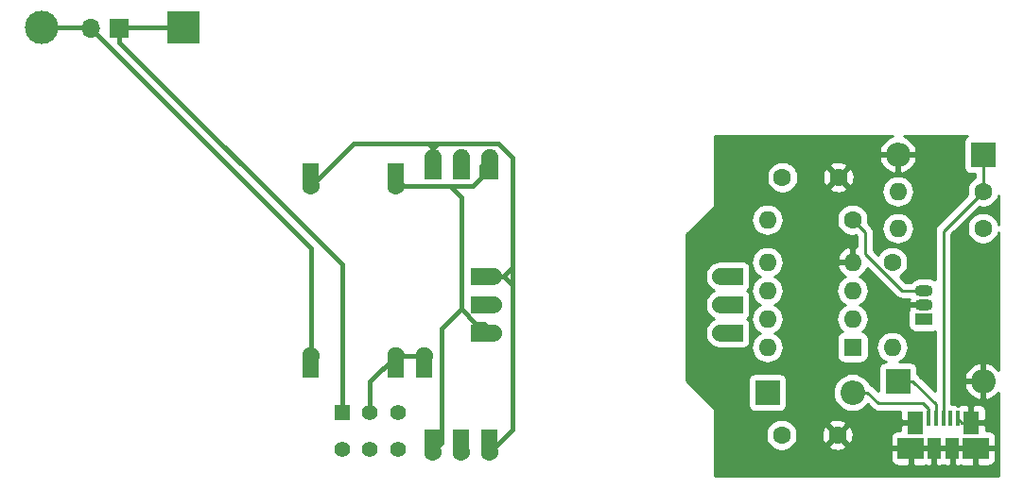
<source format=gbr>
%TF.GenerationSoftware,KiCad,Pcbnew,5.1.2*%
%TF.CreationDate,2019-07-27T12:22:43+10:00*%
%TF.ProjectId,bikePov,62696b65-506f-4762-9e6b-696361645f70,rev?*%
%TF.SameCoordinates,Original*%
%TF.FileFunction,Copper,L1,Top*%
%TF.FilePolarity,Positive*%
%FSLAX46Y46*%
G04 Gerber Fmt 4.6, Leading zero omitted, Abs format (unit mm)*
G04 Created by KiCad (PCBNEW 5.1.2) date 2019-07-27 12:22:43*
%MOMM*%
%LPD*%
G04 APERTURE LIST*
%ADD10C,1.524000*%
%ADD11C,0.100000*%
%ADD12C,3.000000*%
%ADD13R,3.000000X3.000000*%
%ADD14R,1.700000X1.700000*%
%ADD15O,1.700000X1.700000*%
%ADD16C,1.600000*%
%ADD17R,2.200000X2.200000*%
%ADD18O,2.200000X2.200000*%
%ADD19R,0.450000X1.380000*%
%ADD20R,1.475000X2.100000*%
%ADD21R,2.375000X1.900000*%
%ADD22R,1.175000X1.900000*%
%ADD23O,1.600000X1.600000*%
%ADD24R,1.400000X1.400000*%
%ADD25C,1.400000*%
%ADD26R,1.600000X1.600000*%
%ADD27O,1.600000X1.100000*%
%ADD28R,1.600000X1.100000*%
%ADD29C,0.400000*%
%ADD30C,0.250000*%
%ADD31C,0.254000*%
G04 APERTURE END LIST*
D10*
X131572000Y-103632000D03*
D11*
G36*
X130818247Y-103520191D02*
G01*
X130832836Y-103446849D01*
X130854543Y-103375290D01*
X130883160Y-103306203D01*
X130918411Y-103240254D01*
X130959956Y-103178077D01*
X131007395Y-103120272D01*
X131060272Y-103067395D01*
X131118077Y-103019956D01*
X131180254Y-102978411D01*
X131246203Y-102943160D01*
X131315290Y-102914543D01*
X131386849Y-102892836D01*
X131460191Y-102878247D01*
X131534610Y-102870918D01*
X131609390Y-102870918D01*
X131683809Y-102878247D01*
X131757151Y-102892836D01*
X131828710Y-102914543D01*
X131897797Y-102943160D01*
X131963746Y-102978411D01*
X132025923Y-103019956D01*
X132083728Y-103067395D01*
X132136605Y-103120272D01*
X132184044Y-103178077D01*
X132225589Y-103240254D01*
X132260840Y-103306203D01*
X132289457Y-103375290D01*
X132311164Y-103446849D01*
X132325753Y-103520191D01*
X132333082Y-103594610D01*
X132333082Y-103669390D01*
X132325753Y-103743809D01*
X132322000Y-103762676D01*
X132322000Y-105632000D01*
X130822000Y-105632000D01*
X130822000Y-103762676D01*
X130818247Y-103743809D01*
X130810918Y-103669390D01*
X130810918Y-103594610D01*
X130818247Y-103520191D01*
X130818247Y-103520191D01*
G37*
D10*
X129032000Y-103632000D03*
D11*
G36*
X128278247Y-103520191D02*
G01*
X128292836Y-103446849D01*
X128314543Y-103375290D01*
X128343160Y-103306203D01*
X128378411Y-103240254D01*
X128419956Y-103178077D01*
X128467395Y-103120272D01*
X128520272Y-103067395D01*
X128578077Y-103019956D01*
X128640254Y-102978411D01*
X128706203Y-102943160D01*
X128775290Y-102914543D01*
X128846849Y-102892836D01*
X128920191Y-102878247D01*
X128994610Y-102870918D01*
X129069390Y-102870918D01*
X129143809Y-102878247D01*
X129217151Y-102892836D01*
X129288710Y-102914543D01*
X129357797Y-102943160D01*
X129423746Y-102978411D01*
X129485923Y-103019956D01*
X129543728Y-103067395D01*
X129596605Y-103120272D01*
X129644044Y-103178077D01*
X129685589Y-103240254D01*
X129720840Y-103306203D01*
X129749457Y-103375290D01*
X129771164Y-103446849D01*
X129785753Y-103520191D01*
X129793082Y-103594610D01*
X129793082Y-103669390D01*
X129785753Y-103743809D01*
X129782000Y-103762676D01*
X129782000Y-105632000D01*
X128282000Y-105632000D01*
X128282000Y-103762676D01*
X128278247Y-103743809D01*
X128270918Y-103669390D01*
X128270918Y-103594610D01*
X128278247Y-103520191D01*
X128278247Y-103520191D01*
G37*
D10*
X121412000Y-103632000D03*
D11*
G36*
X120658247Y-103520191D02*
G01*
X120672836Y-103446849D01*
X120694543Y-103375290D01*
X120723160Y-103306203D01*
X120758411Y-103240254D01*
X120799956Y-103178077D01*
X120847395Y-103120272D01*
X120900272Y-103067395D01*
X120958077Y-103019956D01*
X121020254Y-102978411D01*
X121086203Y-102943160D01*
X121155290Y-102914543D01*
X121226849Y-102892836D01*
X121300191Y-102878247D01*
X121374610Y-102870918D01*
X121449390Y-102870918D01*
X121523809Y-102878247D01*
X121597151Y-102892836D01*
X121668710Y-102914543D01*
X121737797Y-102943160D01*
X121803746Y-102978411D01*
X121865923Y-103019956D01*
X121923728Y-103067395D01*
X121976605Y-103120272D01*
X122024044Y-103178077D01*
X122065589Y-103240254D01*
X122100840Y-103306203D01*
X122129457Y-103375290D01*
X122151164Y-103446849D01*
X122165753Y-103520191D01*
X122173082Y-103594610D01*
X122173082Y-103669390D01*
X122165753Y-103743809D01*
X122162000Y-103762676D01*
X122162000Y-105632000D01*
X120662000Y-105632000D01*
X120662000Y-103762676D01*
X120658247Y-103743809D01*
X120650918Y-103669390D01*
X120650918Y-103594610D01*
X120658247Y-103520191D01*
X120658247Y-103520191D01*
G37*
D10*
X129032000Y-88392000D03*
D11*
G36*
X129785753Y-88503809D02*
G01*
X129771164Y-88577151D01*
X129749457Y-88648710D01*
X129720840Y-88717797D01*
X129685589Y-88783746D01*
X129644044Y-88845923D01*
X129596605Y-88903728D01*
X129543728Y-88956605D01*
X129485923Y-89004044D01*
X129423746Y-89045589D01*
X129357797Y-89080840D01*
X129288710Y-89109457D01*
X129217151Y-89131164D01*
X129143809Y-89145753D01*
X129069390Y-89153082D01*
X128994610Y-89153082D01*
X128920191Y-89145753D01*
X128846849Y-89131164D01*
X128775290Y-89109457D01*
X128706203Y-89080840D01*
X128640254Y-89045589D01*
X128578077Y-89004044D01*
X128520272Y-88956605D01*
X128467395Y-88903728D01*
X128419956Y-88845923D01*
X128378411Y-88783746D01*
X128343160Y-88717797D01*
X128314543Y-88648710D01*
X128292836Y-88577151D01*
X128278247Y-88503809D01*
X128270918Y-88429390D01*
X128270918Y-88354610D01*
X128278247Y-88280191D01*
X128282000Y-88261324D01*
X128282000Y-86392000D01*
X129782000Y-86392000D01*
X129782000Y-88261324D01*
X129785753Y-88280191D01*
X129793082Y-88354610D01*
X129793082Y-88429390D01*
X129785753Y-88503809D01*
X129785753Y-88503809D01*
G37*
D10*
X121412000Y-88392000D03*
D11*
G36*
X122165753Y-88503809D02*
G01*
X122151164Y-88577151D01*
X122129457Y-88648710D01*
X122100840Y-88717797D01*
X122065589Y-88783746D01*
X122024044Y-88845923D01*
X121976605Y-88903728D01*
X121923728Y-88956605D01*
X121865923Y-89004044D01*
X121803746Y-89045589D01*
X121737797Y-89080840D01*
X121668710Y-89109457D01*
X121597151Y-89131164D01*
X121523809Y-89145753D01*
X121449390Y-89153082D01*
X121374610Y-89153082D01*
X121300191Y-89145753D01*
X121226849Y-89131164D01*
X121155290Y-89109457D01*
X121086203Y-89080840D01*
X121020254Y-89045589D01*
X120958077Y-89004044D01*
X120900272Y-88956605D01*
X120847395Y-88903728D01*
X120799956Y-88845923D01*
X120758411Y-88783746D01*
X120723160Y-88717797D01*
X120694543Y-88648710D01*
X120672836Y-88577151D01*
X120658247Y-88503809D01*
X120650918Y-88429390D01*
X120650918Y-88354610D01*
X120658247Y-88280191D01*
X120662000Y-88261324D01*
X120662000Y-86392000D01*
X122162000Y-86392000D01*
X122162000Y-88261324D01*
X122165753Y-88280191D01*
X122173082Y-88354610D01*
X122173082Y-88429390D01*
X122165753Y-88503809D01*
X122165753Y-88503809D01*
G37*
D10*
X137795000Y-101600000D03*
D11*
G36*
X137683191Y-102353753D02*
G01*
X137664324Y-102350000D01*
X135795000Y-102350000D01*
X135795000Y-100850000D01*
X137664324Y-100850000D01*
X137683191Y-100846247D01*
X137757610Y-100838918D01*
X137832390Y-100838918D01*
X137906809Y-100846247D01*
X137980151Y-100860836D01*
X138051710Y-100882543D01*
X138120797Y-100911160D01*
X138186746Y-100946411D01*
X138248923Y-100987956D01*
X138306728Y-101035395D01*
X138359605Y-101088272D01*
X138407044Y-101146077D01*
X138448589Y-101208254D01*
X138483840Y-101274203D01*
X138512457Y-101343290D01*
X138534164Y-101414849D01*
X138548753Y-101488191D01*
X138556082Y-101562610D01*
X138556082Y-101637390D01*
X138548753Y-101711809D01*
X138534164Y-101785151D01*
X138512457Y-101856710D01*
X138483840Y-101925797D01*
X138448589Y-101991746D01*
X138407044Y-102053923D01*
X138359605Y-102111728D01*
X138306728Y-102164605D01*
X138248923Y-102212044D01*
X138186746Y-102253589D01*
X138120797Y-102288840D01*
X138051710Y-102317457D01*
X137980151Y-102339164D01*
X137906809Y-102353753D01*
X137832390Y-102361082D01*
X137757610Y-102361082D01*
X137683191Y-102353753D01*
X137683191Y-102353753D01*
G37*
D10*
X137795000Y-99060000D03*
D11*
G36*
X137683191Y-99813753D02*
G01*
X137664324Y-99810000D01*
X135795000Y-99810000D01*
X135795000Y-98310000D01*
X137664324Y-98310000D01*
X137683191Y-98306247D01*
X137757610Y-98298918D01*
X137832390Y-98298918D01*
X137906809Y-98306247D01*
X137980151Y-98320836D01*
X138051710Y-98342543D01*
X138120797Y-98371160D01*
X138186746Y-98406411D01*
X138248923Y-98447956D01*
X138306728Y-98495395D01*
X138359605Y-98548272D01*
X138407044Y-98606077D01*
X138448589Y-98668254D01*
X138483840Y-98734203D01*
X138512457Y-98803290D01*
X138534164Y-98874849D01*
X138548753Y-98948191D01*
X138556082Y-99022610D01*
X138556082Y-99097390D01*
X138548753Y-99171809D01*
X138534164Y-99245151D01*
X138512457Y-99316710D01*
X138483840Y-99385797D01*
X138448589Y-99451746D01*
X138407044Y-99513923D01*
X138359605Y-99571728D01*
X138306728Y-99624605D01*
X138248923Y-99672044D01*
X138186746Y-99713589D01*
X138120797Y-99748840D01*
X138051710Y-99777457D01*
X137980151Y-99799164D01*
X137906809Y-99813753D01*
X137832390Y-99821082D01*
X137757610Y-99821082D01*
X137683191Y-99813753D01*
X137683191Y-99813753D01*
G37*
D10*
X137795000Y-96520000D03*
D11*
G36*
X137683191Y-97273753D02*
G01*
X137664324Y-97270000D01*
X135795000Y-97270000D01*
X135795000Y-95770000D01*
X137664324Y-95770000D01*
X137683191Y-95766247D01*
X137757610Y-95758918D01*
X137832390Y-95758918D01*
X137906809Y-95766247D01*
X137980151Y-95780836D01*
X138051710Y-95802543D01*
X138120797Y-95831160D01*
X138186746Y-95866411D01*
X138248923Y-95907956D01*
X138306728Y-95955395D01*
X138359605Y-96008272D01*
X138407044Y-96066077D01*
X138448589Y-96128254D01*
X138483840Y-96194203D01*
X138512457Y-96263290D01*
X138534164Y-96334849D01*
X138548753Y-96408191D01*
X138556082Y-96482610D01*
X138556082Y-96557390D01*
X138548753Y-96631809D01*
X138534164Y-96705151D01*
X138512457Y-96776710D01*
X138483840Y-96845797D01*
X138448589Y-96911746D01*
X138407044Y-96973923D01*
X138359605Y-97031728D01*
X138306728Y-97084605D01*
X138248923Y-97132044D01*
X138186746Y-97173589D01*
X138120797Y-97208840D01*
X138051710Y-97237457D01*
X137980151Y-97259164D01*
X137906809Y-97273753D01*
X137832390Y-97281082D01*
X137757610Y-97281082D01*
X137683191Y-97273753D01*
X137683191Y-97273753D01*
G37*
D12*
X97282000Y-74231500D03*
D13*
X109982000Y-74231500D03*
D14*
X104267000Y-74295000D03*
D15*
X101727000Y-74295000D03*
D16*
X168656000Y-87630000D03*
X163656000Y-87630000D03*
X168576000Y-110744000D03*
X163576000Y-110744000D03*
D17*
X181610000Y-85598000D03*
D18*
X173990000Y-85598000D03*
X181610000Y-105918000D03*
D17*
X173990000Y-105918000D03*
D10*
X158115000Y-101600000D03*
D11*
G36*
X158226809Y-100846247D02*
G01*
X158245676Y-100850000D01*
X160115000Y-100850000D01*
X160115000Y-102350000D01*
X158245676Y-102350000D01*
X158226809Y-102353753D01*
X158152390Y-102361082D01*
X158077610Y-102361082D01*
X158003191Y-102353753D01*
X157929849Y-102339164D01*
X157858290Y-102317457D01*
X157789203Y-102288840D01*
X157723254Y-102253589D01*
X157661077Y-102212044D01*
X157603272Y-102164605D01*
X157550395Y-102111728D01*
X157502956Y-102053923D01*
X157461411Y-101991746D01*
X157426160Y-101925797D01*
X157397543Y-101856710D01*
X157375836Y-101785151D01*
X157361247Y-101711809D01*
X157353918Y-101637390D01*
X157353918Y-101562610D01*
X157361247Y-101488191D01*
X157375836Y-101414849D01*
X157397543Y-101343290D01*
X157426160Y-101274203D01*
X157461411Y-101208254D01*
X157502956Y-101146077D01*
X157550395Y-101088272D01*
X157603272Y-101035395D01*
X157661077Y-100987956D01*
X157723254Y-100946411D01*
X157789203Y-100911160D01*
X157858290Y-100882543D01*
X157929849Y-100860836D01*
X158003191Y-100846247D01*
X158077610Y-100838918D01*
X158152390Y-100838918D01*
X158226809Y-100846247D01*
X158226809Y-100846247D01*
G37*
D10*
X158115000Y-99060000D03*
D11*
G36*
X158226809Y-98306247D02*
G01*
X158245676Y-98310000D01*
X160115000Y-98310000D01*
X160115000Y-99810000D01*
X158245676Y-99810000D01*
X158226809Y-99813753D01*
X158152390Y-99821082D01*
X158077610Y-99821082D01*
X158003191Y-99813753D01*
X157929849Y-99799164D01*
X157858290Y-99777457D01*
X157789203Y-99748840D01*
X157723254Y-99713589D01*
X157661077Y-99672044D01*
X157603272Y-99624605D01*
X157550395Y-99571728D01*
X157502956Y-99513923D01*
X157461411Y-99451746D01*
X157426160Y-99385797D01*
X157397543Y-99316710D01*
X157375836Y-99245151D01*
X157361247Y-99171809D01*
X157353918Y-99097390D01*
X157353918Y-99022610D01*
X157361247Y-98948191D01*
X157375836Y-98874849D01*
X157397543Y-98803290D01*
X157426160Y-98734203D01*
X157461411Y-98668254D01*
X157502956Y-98606077D01*
X157550395Y-98548272D01*
X157603272Y-98495395D01*
X157661077Y-98447956D01*
X157723254Y-98406411D01*
X157789203Y-98371160D01*
X157858290Y-98342543D01*
X157929849Y-98320836D01*
X158003191Y-98306247D01*
X158077610Y-98298918D01*
X158152390Y-98298918D01*
X158226809Y-98306247D01*
X158226809Y-98306247D01*
G37*
D10*
X158115000Y-96520000D03*
D11*
G36*
X158226809Y-95766247D02*
G01*
X158245676Y-95770000D01*
X160115000Y-95770000D01*
X160115000Y-97270000D01*
X158245676Y-97270000D01*
X158226809Y-97273753D01*
X158152390Y-97281082D01*
X158077610Y-97281082D01*
X158003191Y-97273753D01*
X157929849Y-97259164D01*
X157858290Y-97237457D01*
X157789203Y-97208840D01*
X157723254Y-97173589D01*
X157661077Y-97132044D01*
X157603272Y-97084605D01*
X157550395Y-97031728D01*
X157502956Y-96973923D01*
X157461411Y-96911746D01*
X157426160Y-96845797D01*
X157397543Y-96776710D01*
X157375836Y-96705151D01*
X157361247Y-96631809D01*
X157353918Y-96557390D01*
X157353918Y-96482610D01*
X157361247Y-96408191D01*
X157375836Y-96334849D01*
X157397543Y-96263290D01*
X157426160Y-96194203D01*
X157461411Y-96128254D01*
X157502956Y-96066077D01*
X157550395Y-96008272D01*
X157603272Y-95955395D01*
X157661077Y-95907956D01*
X157723254Y-95866411D01*
X157789203Y-95831160D01*
X157858290Y-95802543D01*
X157929849Y-95780836D01*
X158003191Y-95766247D01*
X158077610Y-95758918D01*
X158152390Y-95758918D01*
X158226809Y-95766247D01*
X158226809Y-95766247D01*
G37*
D19*
X176754000Y-109284000D03*
X177404000Y-109284000D03*
X178054000Y-109284000D03*
X178704000Y-109284000D03*
X179354000Y-109284000D03*
D20*
X175591500Y-109644000D03*
X180516500Y-109644000D03*
D21*
X175144000Y-111944000D03*
X180964000Y-111944000D03*
D22*
X177214000Y-111944000D03*
X178894000Y-111944000D03*
D16*
X181610000Y-88900000D03*
D23*
X173990000Y-88900000D03*
X173990000Y-92202000D03*
D16*
X181610000Y-92202000D03*
D23*
X173482000Y-102870000D03*
D16*
X173482000Y-95250000D03*
D23*
X162306000Y-91440000D03*
D16*
X169926000Y-91440000D03*
D24*
X124206000Y-108775500D03*
D25*
X126706000Y-108775500D03*
X129206000Y-108775500D03*
X124206000Y-112075500D03*
X126706000Y-112075500D03*
X129206000Y-112075500D03*
D26*
X169926000Y-102870000D03*
D23*
X162306000Y-95250000D03*
X169926000Y-100330000D03*
X162306000Y-97790000D03*
X169926000Y-97790000D03*
X162306000Y-100330000D03*
X169926000Y-95250000D03*
X162306000Y-102870000D03*
D27*
X176339500Y-97790000D03*
X176339500Y-99060000D03*
D28*
X176339500Y-100330000D03*
D10*
X132397500Y-85852000D03*
D11*
G36*
X133151253Y-85963809D02*
G01*
X133147500Y-85982676D01*
X133147500Y-87852000D01*
X131647500Y-87852000D01*
X131647500Y-85982676D01*
X131643747Y-85963809D01*
X131636418Y-85889390D01*
X131636418Y-85814610D01*
X131643747Y-85740191D01*
X131658336Y-85666849D01*
X131680043Y-85595290D01*
X131708660Y-85526203D01*
X131743911Y-85460254D01*
X131785456Y-85398077D01*
X131832895Y-85340272D01*
X131885772Y-85287395D01*
X131943577Y-85239956D01*
X132005754Y-85198411D01*
X132071703Y-85163160D01*
X132140790Y-85134543D01*
X132212349Y-85112836D01*
X132285691Y-85098247D01*
X132360110Y-85090918D01*
X132434890Y-85090918D01*
X132509309Y-85098247D01*
X132582651Y-85112836D01*
X132654210Y-85134543D01*
X132723297Y-85163160D01*
X132789246Y-85198411D01*
X132851423Y-85239956D01*
X132909228Y-85287395D01*
X132962105Y-85340272D01*
X133009544Y-85398077D01*
X133051089Y-85460254D01*
X133086340Y-85526203D01*
X133114957Y-85595290D01*
X133136664Y-85666849D01*
X133151253Y-85740191D01*
X133158582Y-85814610D01*
X133158582Y-85889390D01*
X133151253Y-85963809D01*
X133151253Y-85963809D01*
G37*
D10*
X134937500Y-85852000D03*
D11*
G36*
X135691253Y-85963809D02*
G01*
X135687500Y-85982676D01*
X135687500Y-87852000D01*
X134187500Y-87852000D01*
X134187500Y-85982676D01*
X134183747Y-85963809D01*
X134176418Y-85889390D01*
X134176418Y-85814610D01*
X134183747Y-85740191D01*
X134198336Y-85666849D01*
X134220043Y-85595290D01*
X134248660Y-85526203D01*
X134283911Y-85460254D01*
X134325456Y-85398077D01*
X134372895Y-85340272D01*
X134425772Y-85287395D01*
X134483577Y-85239956D01*
X134545754Y-85198411D01*
X134611703Y-85163160D01*
X134680790Y-85134543D01*
X134752349Y-85112836D01*
X134825691Y-85098247D01*
X134900110Y-85090918D01*
X134974890Y-85090918D01*
X135049309Y-85098247D01*
X135122651Y-85112836D01*
X135194210Y-85134543D01*
X135263297Y-85163160D01*
X135329246Y-85198411D01*
X135391423Y-85239956D01*
X135449228Y-85287395D01*
X135502105Y-85340272D01*
X135549544Y-85398077D01*
X135591089Y-85460254D01*
X135626340Y-85526203D01*
X135654957Y-85595290D01*
X135676664Y-85666849D01*
X135691253Y-85740191D01*
X135698582Y-85814610D01*
X135698582Y-85889390D01*
X135691253Y-85963809D01*
X135691253Y-85963809D01*
G37*
D10*
X137477500Y-85852000D03*
D11*
G36*
X138231253Y-85963809D02*
G01*
X138227500Y-85982676D01*
X138227500Y-87852000D01*
X136727500Y-87852000D01*
X136727500Y-85982676D01*
X136723747Y-85963809D01*
X136716418Y-85889390D01*
X136716418Y-85814610D01*
X136723747Y-85740191D01*
X136738336Y-85666849D01*
X136760043Y-85595290D01*
X136788660Y-85526203D01*
X136823911Y-85460254D01*
X136865456Y-85398077D01*
X136912895Y-85340272D01*
X136965772Y-85287395D01*
X137023577Y-85239956D01*
X137085754Y-85198411D01*
X137151703Y-85163160D01*
X137220790Y-85134543D01*
X137292349Y-85112836D01*
X137365691Y-85098247D01*
X137440110Y-85090918D01*
X137514890Y-85090918D01*
X137589309Y-85098247D01*
X137662651Y-85112836D01*
X137734210Y-85134543D01*
X137803297Y-85163160D01*
X137869246Y-85198411D01*
X137931423Y-85239956D01*
X137989228Y-85287395D01*
X138042105Y-85340272D01*
X138089544Y-85398077D01*
X138131089Y-85460254D01*
X138166340Y-85526203D01*
X138194957Y-85595290D01*
X138216664Y-85666849D01*
X138231253Y-85740191D01*
X138238582Y-85814610D01*
X138238582Y-85889390D01*
X138231253Y-85963809D01*
X138231253Y-85963809D01*
G37*
D10*
X132334000Y-112268000D03*
D11*
G36*
X131580247Y-112156191D02*
G01*
X131584000Y-112137324D01*
X131584000Y-110268000D01*
X133084000Y-110268000D01*
X133084000Y-112137324D01*
X133087753Y-112156191D01*
X133095082Y-112230610D01*
X133095082Y-112305390D01*
X133087753Y-112379809D01*
X133073164Y-112453151D01*
X133051457Y-112524710D01*
X133022840Y-112593797D01*
X132987589Y-112659746D01*
X132946044Y-112721923D01*
X132898605Y-112779728D01*
X132845728Y-112832605D01*
X132787923Y-112880044D01*
X132725746Y-112921589D01*
X132659797Y-112956840D01*
X132590710Y-112985457D01*
X132519151Y-113007164D01*
X132445809Y-113021753D01*
X132371390Y-113029082D01*
X132296610Y-113029082D01*
X132222191Y-113021753D01*
X132148849Y-113007164D01*
X132077290Y-112985457D01*
X132008203Y-112956840D01*
X131942254Y-112921589D01*
X131880077Y-112880044D01*
X131822272Y-112832605D01*
X131769395Y-112779728D01*
X131721956Y-112721923D01*
X131680411Y-112659746D01*
X131645160Y-112593797D01*
X131616543Y-112524710D01*
X131594836Y-112453151D01*
X131580247Y-112379809D01*
X131572918Y-112305390D01*
X131572918Y-112230610D01*
X131580247Y-112156191D01*
X131580247Y-112156191D01*
G37*
D10*
X134874000Y-112268000D03*
D11*
G36*
X134120247Y-112156191D02*
G01*
X134124000Y-112137324D01*
X134124000Y-110268000D01*
X135624000Y-110268000D01*
X135624000Y-112137324D01*
X135627753Y-112156191D01*
X135635082Y-112230610D01*
X135635082Y-112305390D01*
X135627753Y-112379809D01*
X135613164Y-112453151D01*
X135591457Y-112524710D01*
X135562840Y-112593797D01*
X135527589Y-112659746D01*
X135486044Y-112721923D01*
X135438605Y-112779728D01*
X135385728Y-112832605D01*
X135327923Y-112880044D01*
X135265746Y-112921589D01*
X135199797Y-112956840D01*
X135130710Y-112985457D01*
X135059151Y-113007164D01*
X134985809Y-113021753D01*
X134911390Y-113029082D01*
X134836610Y-113029082D01*
X134762191Y-113021753D01*
X134688849Y-113007164D01*
X134617290Y-112985457D01*
X134548203Y-112956840D01*
X134482254Y-112921589D01*
X134420077Y-112880044D01*
X134362272Y-112832605D01*
X134309395Y-112779728D01*
X134261956Y-112721923D01*
X134220411Y-112659746D01*
X134185160Y-112593797D01*
X134156543Y-112524710D01*
X134134836Y-112453151D01*
X134120247Y-112379809D01*
X134112918Y-112305390D01*
X134112918Y-112230610D01*
X134120247Y-112156191D01*
X134120247Y-112156191D01*
G37*
D10*
X137414000Y-112268000D03*
D11*
G36*
X136660247Y-112156191D02*
G01*
X136664000Y-112137324D01*
X136664000Y-110268000D01*
X138164000Y-110268000D01*
X138164000Y-112137324D01*
X138167753Y-112156191D01*
X138175082Y-112230610D01*
X138175082Y-112305390D01*
X138167753Y-112379809D01*
X138153164Y-112453151D01*
X138131457Y-112524710D01*
X138102840Y-112593797D01*
X138067589Y-112659746D01*
X138026044Y-112721923D01*
X137978605Y-112779728D01*
X137925728Y-112832605D01*
X137867923Y-112880044D01*
X137805746Y-112921589D01*
X137739797Y-112956840D01*
X137670710Y-112985457D01*
X137599151Y-113007164D01*
X137525809Y-113021753D01*
X137451390Y-113029082D01*
X137376610Y-113029082D01*
X137302191Y-113021753D01*
X137228849Y-113007164D01*
X137157290Y-112985457D01*
X137088203Y-112956840D01*
X137022254Y-112921589D01*
X136960077Y-112880044D01*
X136902272Y-112832605D01*
X136849395Y-112779728D01*
X136801956Y-112721923D01*
X136760411Y-112659746D01*
X136725160Y-112593797D01*
X136696543Y-112524710D01*
X136674836Y-112453151D01*
X136660247Y-112379809D01*
X136652918Y-112305390D01*
X136652918Y-112230610D01*
X136660247Y-112156191D01*
X136660247Y-112156191D01*
G37*
D17*
X162306000Y-106934000D03*
D18*
X169926000Y-106934000D03*
D29*
X104330500Y-74231500D02*
X104267000Y-74295000D01*
X109982000Y-74231500D02*
X104330500Y-74231500D01*
X124206000Y-107675500D02*
X124206000Y-108775500D01*
X124206000Y-95484000D02*
X124206000Y-107675500D01*
X104267000Y-75545000D02*
X124206000Y-95484000D01*
X104267000Y-74295000D02*
X104267000Y-75545000D01*
D30*
X179714000Y-109644000D02*
X179354000Y-109284000D01*
X180516500Y-109644000D02*
X179714000Y-109644000D01*
X178054000Y-92456000D02*
X178054000Y-109284000D01*
X181610000Y-88900000D02*
X178054000Y-92456000D01*
X181610000Y-87768630D02*
X181610000Y-85598000D01*
X181610000Y-88900000D02*
X181610000Y-87768630D01*
X175340000Y-105918000D02*
X173990000Y-105918000D01*
X177404000Y-107982000D02*
X175340000Y-105918000D01*
X177404000Y-109284000D02*
X177404000Y-107982000D01*
D29*
X137477500Y-85852000D02*
X137477500Y-85407500D01*
X136656790Y-86672710D02*
X136656790Y-87625210D01*
X137477500Y-85852000D02*
X136656790Y-86672710D01*
X136656790Y-87625210D02*
X135890000Y-88392000D01*
X136198589Y-100779290D02*
X134874000Y-99454701D01*
X137795000Y-101600000D02*
X136974290Y-100779290D01*
X136974290Y-100779290D02*
X136198589Y-100779290D01*
X134874000Y-89408000D02*
X133858000Y-88392000D01*
X134874000Y-99454701D02*
X134874000Y-89408000D01*
X135890000Y-88392000D02*
X133858000Y-88392000D01*
X133858000Y-88392000D02*
X129032000Y-88392000D01*
X133154710Y-111447290D02*
X133154710Y-101173991D01*
X133154710Y-101173991D02*
X134874000Y-99454701D01*
X132334000Y-112268000D02*
X133154710Y-111447290D01*
D30*
X137160000Y-96520000D02*
X137795000Y-96520000D01*
D29*
X138176000Y-84582000D02*
X139446000Y-85852000D01*
X121412000Y-88392000D02*
X125222000Y-84582000D01*
X139446000Y-110236000D02*
X137414000Y-112268000D01*
X139446000Y-95727331D02*
X139446000Y-94996000D01*
X138653331Y-96520000D02*
X139446000Y-95727331D01*
X137795000Y-96520000D02*
X138653331Y-96520000D01*
X139446000Y-85852000D02*
X139446000Y-94996000D01*
X138684000Y-96520000D02*
X139446000Y-97282000D01*
X137795000Y-96520000D02*
X138684000Y-96520000D01*
X139446000Y-94996000D02*
X139446000Y-97282000D01*
X139446000Y-97282000D02*
X139446000Y-110236000D01*
X131985831Y-84582000D02*
X131826000Y-84582000D01*
X132397500Y-84993669D02*
X131985831Y-84582000D01*
X125222000Y-84582000D02*
X131826000Y-84582000D01*
X132809169Y-84582000D02*
X132842000Y-84582000D01*
X132397500Y-85852000D02*
X132397500Y-84993669D01*
X131826000Y-84582000D02*
X132842000Y-84582000D01*
X132397500Y-84993669D02*
X132809169Y-84582000D01*
X132842000Y-84582000D02*
X138176000Y-84582000D01*
D30*
X174356998Y-97790000D02*
X175289500Y-97790000D01*
X175289500Y-97790000D02*
X176339500Y-97790000D01*
X171051001Y-94484003D02*
X174356998Y-97790000D01*
X171051001Y-92565001D02*
X171051001Y-94484003D01*
X169926000Y-91440000D02*
X171051001Y-92565001D01*
D29*
X126706000Y-105958000D02*
X129032000Y-103632000D01*
X126706000Y-108775500D02*
X126706000Y-105958000D01*
X131572000Y-103632000D02*
X129032000Y-103632000D01*
D30*
X176754000Y-108433998D02*
X176206502Y-107886500D01*
X176754000Y-109284000D02*
X176754000Y-108433998D01*
X171276000Y-106934000D02*
X169926000Y-106934000D01*
X172228500Y-107886500D02*
X171276000Y-106934000D01*
X176206502Y-107886500D02*
X172228500Y-107886500D01*
D29*
X101663500Y-74231500D02*
X101727000Y-74295000D01*
X97282000Y-74231500D02*
X101663500Y-74231500D01*
X121412000Y-93980000D02*
X121412000Y-103106990D01*
X101727000Y-74295000D02*
X121412000Y-93980000D01*
D31*
G36*
X173271946Y-84018558D02*
G01*
X172977609Y-84188992D01*
X172722178Y-84413573D01*
X172515469Y-84683671D01*
X172365425Y-84988906D01*
X172300825Y-85201878D01*
X172418875Y-85471000D01*
X173863000Y-85471000D01*
X173863000Y-85451000D01*
X174117000Y-85451000D01*
X174117000Y-85471000D01*
X175561125Y-85471000D01*
X175679175Y-85201878D01*
X175614575Y-84988906D01*
X175464531Y-84683671D01*
X175257822Y-84413573D01*
X175002391Y-84188992D01*
X174708054Y-84018558D01*
X174498127Y-83947000D01*
X180193789Y-83947000D01*
X180155506Y-83967463D01*
X180058815Y-84046815D01*
X179979463Y-84143506D01*
X179920498Y-84253820D01*
X179884188Y-84373518D01*
X179871928Y-84498000D01*
X179871928Y-86698000D01*
X179884188Y-86822482D01*
X179920498Y-86942180D01*
X179979463Y-87052494D01*
X180058815Y-87149185D01*
X180155506Y-87228537D01*
X180265820Y-87287502D01*
X180385518Y-87323812D01*
X180510000Y-87336072D01*
X180850000Y-87336072D01*
X180850000Y-87681957D01*
X180695241Y-87785363D01*
X180495363Y-87985241D01*
X180338320Y-88220273D01*
X180230147Y-88481426D01*
X180175000Y-88758665D01*
X180175000Y-89041335D01*
X180211312Y-89223885D01*
X177543003Y-91892196D01*
X177513999Y-91915999D01*
X177458871Y-91983174D01*
X177419026Y-92031724D01*
X177403557Y-92060665D01*
X177348454Y-92163754D01*
X177304997Y-92307015D01*
X177294000Y-92418668D01*
X177294000Y-92418678D01*
X177290324Y-92456000D01*
X177294000Y-92493322D01*
X177294000Y-96835202D01*
X177251036Y-96799942D01*
X177045174Y-96689906D01*
X176821800Y-96622147D01*
X176647707Y-96605000D01*
X176031293Y-96605000D01*
X175857200Y-96622147D01*
X175633826Y-96689906D01*
X175427964Y-96799942D01*
X175247525Y-96948025D01*
X175180250Y-97030000D01*
X174671800Y-97030000D01*
X174162778Y-96520978D01*
X174396759Y-96364637D01*
X174596637Y-96164759D01*
X174753680Y-95929727D01*
X174861853Y-95668574D01*
X174917000Y-95391335D01*
X174917000Y-95108665D01*
X174861853Y-94831426D01*
X174753680Y-94570273D01*
X174596637Y-94335241D01*
X174396759Y-94135363D01*
X174161727Y-93978320D01*
X173900574Y-93870147D01*
X173623335Y-93815000D01*
X173340665Y-93815000D01*
X173063426Y-93870147D01*
X172802273Y-93978320D01*
X172567241Y-94135363D01*
X172367363Y-94335241D01*
X172211022Y-94569223D01*
X171811001Y-94169202D01*
X171811001Y-92602326D01*
X171814677Y-92565001D01*
X171811001Y-92527676D01*
X171811001Y-92527668D01*
X171800004Y-92416015D01*
X171756547Y-92272754D01*
X171718728Y-92202000D01*
X172548057Y-92202000D01*
X172575764Y-92483309D01*
X172657818Y-92753808D01*
X172791068Y-93003101D01*
X172970392Y-93221608D01*
X173188899Y-93400932D01*
X173438192Y-93534182D01*
X173708691Y-93616236D01*
X173919508Y-93637000D01*
X174060492Y-93637000D01*
X174271309Y-93616236D01*
X174541808Y-93534182D01*
X174791101Y-93400932D01*
X175009608Y-93221608D01*
X175188932Y-93003101D01*
X175322182Y-92753808D01*
X175404236Y-92483309D01*
X175431943Y-92202000D01*
X175404236Y-91920691D01*
X175322182Y-91650192D01*
X175188932Y-91400899D01*
X175009608Y-91182392D01*
X174791101Y-91003068D01*
X174541808Y-90869818D01*
X174271309Y-90787764D01*
X174060492Y-90767000D01*
X173919508Y-90767000D01*
X173708691Y-90787764D01*
X173438192Y-90869818D01*
X173188899Y-91003068D01*
X172970392Y-91182392D01*
X172791068Y-91400899D01*
X172657818Y-91650192D01*
X172575764Y-91920691D01*
X172548057Y-92202000D01*
X171718728Y-92202000D01*
X171685975Y-92140725D01*
X171591002Y-92025000D01*
X171562005Y-92001203D01*
X171324688Y-91763886D01*
X171361000Y-91581335D01*
X171361000Y-91298665D01*
X171305853Y-91021426D01*
X171197680Y-90760273D01*
X171040637Y-90525241D01*
X170840759Y-90325363D01*
X170605727Y-90168320D01*
X170344574Y-90060147D01*
X170067335Y-90005000D01*
X169784665Y-90005000D01*
X169507426Y-90060147D01*
X169246273Y-90168320D01*
X169011241Y-90325363D01*
X168811363Y-90525241D01*
X168654320Y-90760273D01*
X168546147Y-91021426D01*
X168491000Y-91298665D01*
X168491000Y-91581335D01*
X168546147Y-91858574D01*
X168654320Y-92119727D01*
X168811363Y-92354759D01*
X169011241Y-92554637D01*
X169246273Y-92711680D01*
X169507426Y-92819853D01*
X169784665Y-92875000D01*
X170067335Y-92875000D01*
X170249886Y-92838688D01*
X170291001Y-92879803D01*
X170291002Y-93863807D01*
X170275040Y-93858091D01*
X170053000Y-93979376D01*
X170053000Y-95123000D01*
X170073000Y-95123000D01*
X170073000Y-95377000D01*
X170053000Y-95377000D01*
X170053000Y-95397000D01*
X169799000Y-95397000D01*
X169799000Y-95377000D01*
X168656085Y-95377000D01*
X168534096Y-95599039D01*
X168574754Y-95733087D01*
X168694963Y-95987420D01*
X168862481Y-96213414D01*
X169070869Y-96402385D01*
X169262682Y-96517421D01*
X169124899Y-96591068D01*
X168906392Y-96770392D01*
X168727068Y-96988899D01*
X168593818Y-97238192D01*
X168511764Y-97508691D01*
X168484057Y-97790000D01*
X168511764Y-98071309D01*
X168593818Y-98341808D01*
X168727068Y-98591101D01*
X168906392Y-98809608D01*
X169124899Y-98988932D01*
X169257858Y-99060000D01*
X169124899Y-99131068D01*
X168906392Y-99310392D01*
X168727068Y-99528899D01*
X168593818Y-99778192D01*
X168511764Y-100048691D01*
X168484057Y-100330000D01*
X168511764Y-100611309D01*
X168593818Y-100881808D01*
X168727068Y-101131101D01*
X168906392Y-101349608D01*
X169019482Y-101442419D01*
X169001518Y-101444188D01*
X168881820Y-101480498D01*
X168771506Y-101539463D01*
X168674815Y-101618815D01*
X168595463Y-101715506D01*
X168536498Y-101825820D01*
X168500188Y-101945518D01*
X168487928Y-102070000D01*
X168487928Y-103670000D01*
X168500188Y-103794482D01*
X168536498Y-103914180D01*
X168595463Y-104024494D01*
X168674815Y-104121185D01*
X168771506Y-104200537D01*
X168881820Y-104259502D01*
X169001518Y-104295812D01*
X169126000Y-104308072D01*
X170726000Y-104308072D01*
X170850482Y-104295812D01*
X170970180Y-104259502D01*
X171080494Y-104200537D01*
X171177185Y-104121185D01*
X171256537Y-104024494D01*
X171315502Y-103914180D01*
X171351812Y-103794482D01*
X171364072Y-103670000D01*
X171364072Y-102070000D01*
X171351812Y-101945518D01*
X171315502Y-101825820D01*
X171256537Y-101715506D01*
X171177185Y-101618815D01*
X171080494Y-101539463D01*
X170970180Y-101480498D01*
X170850482Y-101444188D01*
X170832518Y-101442419D01*
X170945608Y-101349608D01*
X171124932Y-101131101D01*
X171258182Y-100881808D01*
X171340236Y-100611309D01*
X171367943Y-100330000D01*
X171340236Y-100048691D01*
X171258182Y-99778192D01*
X171124932Y-99528899D01*
X170945608Y-99310392D01*
X170727101Y-99131068D01*
X170594142Y-99060000D01*
X170727101Y-98988932D01*
X170945608Y-98809608D01*
X171124932Y-98591101D01*
X171258182Y-98341808D01*
X171340236Y-98071309D01*
X171367943Y-97790000D01*
X171340236Y-97508691D01*
X171258182Y-97238192D01*
X171124932Y-96988899D01*
X170945608Y-96770392D01*
X170727101Y-96591068D01*
X170589318Y-96517421D01*
X170781131Y-96402385D01*
X170989519Y-96213414D01*
X171157037Y-95987420D01*
X171260569Y-95768372D01*
X173793199Y-98301003D01*
X173816997Y-98330001D01*
X173932722Y-98424974D01*
X174064751Y-98495546D01*
X174208012Y-98539003D01*
X174319665Y-98550000D01*
X174319673Y-98550000D01*
X174356998Y-98553676D01*
X174394323Y-98550000D01*
X175011949Y-98550000D01*
X174959570Y-98662232D01*
X174945697Y-98750256D01*
X175071139Y-98933000D01*
X175775270Y-98933000D01*
X175857200Y-98957853D01*
X176031293Y-98975000D01*
X176486500Y-98975000D01*
X176486500Y-99141928D01*
X175539500Y-99141928D01*
X175415018Y-99154188D01*
X175306851Y-99187000D01*
X175071139Y-99187000D01*
X174945697Y-99369744D01*
X174959570Y-99457768D01*
X174974555Y-99489877D01*
X174949998Y-99535820D01*
X174913688Y-99655518D01*
X174901428Y-99780000D01*
X174901428Y-100880000D01*
X174913688Y-101004482D01*
X174949998Y-101124180D01*
X175008963Y-101234494D01*
X175088315Y-101331185D01*
X175185006Y-101410537D01*
X175295320Y-101469502D01*
X175415018Y-101505812D01*
X175539500Y-101518072D01*
X177139500Y-101518072D01*
X177263982Y-101505812D01*
X177294001Y-101496706D01*
X177294001Y-106797199D01*
X175903804Y-105407003D01*
X175880001Y-105377999D01*
X175764276Y-105283026D01*
X175728072Y-105263674D01*
X175728072Y-104818000D01*
X175715812Y-104693518D01*
X175679502Y-104573820D01*
X175620537Y-104463506D01*
X175541185Y-104366815D01*
X175444494Y-104287463D01*
X175334180Y-104228498D01*
X175214482Y-104192188D01*
X175090000Y-104179928D01*
X174075442Y-104179928D01*
X174283101Y-104068932D01*
X174501608Y-103889608D01*
X174680932Y-103671101D01*
X174814182Y-103421808D01*
X174896236Y-103151309D01*
X174923943Y-102870000D01*
X174896236Y-102588691D01*
X174814182Y-102318192D01*
X174680932Y-102068899D01*
X174501608Y-101850392D01*
X174283101Y-101671068D01*
X174033808Y-101537818D01*
X173763309Y-101455764D01*
X173552492Y-101435000D01*
X173411508Y-101435000D01*
X173200691Y-101455764D01*
X172930192Y-101537818D01*
X172680899Y-101671068D01*
X172462392Y-101850392D01*
X172283068Y-102068899D01*
X172149818Y-102318192D01*
X172067764Y-102588691D01*
X172040057Y-102870000D01*
X172067764Y-103151309D01*
X172149818Y-103421808D01*
X172283068Y-103671101D01*
X172462392Y-103889608D01*
X172680899Y-104068932D01*
X172888782Y-104180048D01*
X172765518Y-104192188D01*
X172645820Y-104228498D01*
X172535506Y-104287463D01*
X172438815Y-104366815D01*
X172359463Y-104463506D01*
X172300498Y-104573820D01*
X172264188Y-104693518D01*
X172251928Y-104818000D01*
X172251928Y-106835126D01*
X171839803Y-106423002D01*
X171816001Y-106393999D01*
X171700276Y-106299026D01*
X171568247Y-106228454D01*
X171506095Y-106209601D01*
X171375579Y-105965422D01*
X171158766Y-105701234D01*
X170894578Y-105484421D01*
X170593168Y-105323314D01*
X170266119Y-105224105D01*
X170011225Y-105199000D01*
X169840775Y-105199000D01*
X169585881Y-105224105D01*
X169258832Y-105323314D01*
X168957422Y-105484421D01*
X168693234Y-105701234D01*
X168476421Y-105965422D01*
X168315314Y-106266832D01*
X168216105Y-106593881D01*
X168182606Y-106934000D01*
X168216105Y-107274119D01*
X168315314Y-107601168D01*
X168476421Y-107902578D01*
X168693234Y-108166766D01*
X168957422Y-108383579D01*
X169258832Y-108544686D01*
X169585881Y-108643895D01*
X169840775Y-108669000D01*
X170011225Y-108669000D01*
X170266119Y-108643895D01*
X170593168Y-108544686D01*
X170894578Y-108383579D01*
X171158766Y-108166766D01*
X171282812Y-108015615D01*
X171664705Y-108397508D01*
X171688499Y-108426501D01*
X171717492Y-108450295D01*
X171717496Y-108450299D01*
X171788185Y-108508311D01*
X171804224Y-108521474D01*
X171936253Y-108592046D01*
X172079514Y-108635503D01*
X172191167Y-108646500D01*
X172191176Y-108646500D01*
X172228499Y-108650176D01*
X172265822Y-108646500D01*
X174216139Y-108646500D01*
X174219000Y-109358250D01*
X174377750Y-109517000D01*
X175464500Y-109517000D01*
X175464500Y-109497000D01*
X175718500Y-109497000D01*
X175718500Y-109517000D01*
X175738500Y-109517000D01*
X175738500Y-109771000D01*
X175718500Y-109771000D01*
X175718500Y-109791000D01*
X175464500Y-109791000D01*
X175464500Y-109771000D01*
X174377750Y-109771000D01*
X174219000Y-109929750D01*
X174217283Y-110356816D01*
X173956500Y-110355928D01*
X173832018Y-110368188D01*
X173712320Y-110404498D01*
X173602006Y-110463463D01*
X173505315Y-110542815D01*
X173425963Y-110639506D01*
X173366998Y-110749820D01*
X173330688Y-110869518D01*
X173318428Y-110994000D01*
X173321500Y-111658250D01*
X173480250Y-111817000D01*
X175017000Y-111817000D01*
X175017000Y-111797000D01*
X175271000Y-111797000D01*
X175271000Y-111817000D01*
X177087000Y-111817000D01*
X177087000Y-111797000D01*
X177341000Y-111797000D01*
X177341000Y-111817000D01*
X178767000Y-111817000D01*
X178767000Y-111797000D01*
X179021000Y-111797000D01*
X179021000Y-111817000D01*
X180837000Y-111817000D01*
X180837000Y-111797000D01*
X181091000Y-111797000D01*
X181091000Y-111817000D01*
X182627750Y-111817000D01*
X182786500Y-111658250D01*
X182789572Y-110994000D01*
X182777312Y-110869518D01*
X182741002Y-110749820D01*
X182682037Y-110639506D01*
X182602685Y-110542815D01*
X182505994Y-110463463D01*
X182395680Y-110404498D01*
X182275982Y-110368188D01*
X182151500Y-110355928D01*
X181890717Y-110356816D01*
X181889000Y-109929750D01*
X181730250Y-109771000D01*
X180643500Y-109771000D01*
X180643500Y-109791000D01*
X180389500Y-109791000D01*
X180389500Y-109771000D01*
X180369500Y-109771000D01*
X180369500Y-109517000D01*
X180389500Y-109517000D01*
X180389500Y-108117750D01*
X180643500Y-108117750D01*
X180643500Y-109517000D01*
X181730250Y-109517000D01*
X181889000Y-109358250D01*
X181892072Y-108594000D01*
X181879812Y-108469518D01*
X181843502Y-108349820D01*
X181784537Y-108239506D01*
X181705185Y-108142815D01*
X181608494Y-108063463D01*
X181498180Y-108004498D01*
X181378482Y-107968188D01*
X181254000Y-107955928D01*
X180802250Y-107959000D01*
X180643500Y-108117750D01*
X180389500Y-108117750D01*
X180230750Y-107959000D01*
X179779000Y-107955928D01*
X179675666Y-107966105D01*
X179610750Y-107959000D01*
X179578503Y-107991247D01*
X179534820Y-108004498D01*
X179424506Y-108063463D01*
X179354000Y-108121326D01*
X179283494Y-108063463D01*
X179173180Y-108004498D01*
X179129497Y-107991247D01*
X179097250Y-107959000D01*
X179032334Y-107966105D01*
X178929000Y-107955928D01*
X178814000Y-107955928D01*
X178814000Y-106314122D01*
X179920825Y-106314122D01*
X179985425Y-106527094D01*
X180135469Y-106832329D01*
X180342178Y-107102427D01*
X180597609Y-107327008D01*
X180891946Y-107497442D01*
X181213877Y-107607179D01*
X181483000Y-107489600D01*
X181483000Y-106045000D01*
X180038875Y-106045000D01*
X179920825Y-106314122D01*
X178814000Y-106314122D01*
X178814000Y-105521878D01*
X179920825Y-105521878D01*
X180038875Y-105791000D01*
X181483000Y-105791000D01*
X181483000Y-104346400D01*
X181213877Y-104228821D01*
X180891946Y-104338558D01*
X180597609Y-104508992D01*
X180342178Y-104733573D01*
X180135469Y-105003671D01*
X179985425Y-105308906D01*
X179920825Y-105521878D01*
X178814000Y-105521878D01*
X178814000Y-92770801D01*
X181286115Y-90298688D01*
X181468665Y-90335000D01*
X181751335Y-90335000D01*
X182028574Y-90279853D01*
X182289727Y-90171680D01*
X182524759Y-90014637D01*
X182724637Y-89814759D01*
X182881680Y-89579727D01*
X182989853Y-89318574D01*
X183007000Y-89232371D01*
X183007000Y-91869629D01*
X182989853Y-91783426D01*
X182881680Y-91522273D01*
X182724637Y-91287241D01*
X182524759Y-91087363D01*
X182289727Y-90930320D01*
X182028574Y-90822147D01*
X181751335Y-90767000D01*
X181468665Y-90767000D01*
X181191426Y-90822147D01*
X180930273Y-90930320D01*
X180695241Y-91087363D01*
X180495363Y-91287241D01*
X180338320Y-91522273D01*
X180230147Y-91783426D01*
X180175000Y-92060665D01*
X180175000Y-92343335D01*
X180230147Y-92620574D01*
X180338320Y-92881727D01*
X180495363Y-93116759D01*
X180695241Y-93316637D01*
X180930273Y-93473680D01*
X181191426Y-93581853D01*
X181468665Y-93637000D01*
X181751335Y-93637000D01*
X182028574Y-93581853D01*
X182289727Y-93473680D01*
X182524759Y-93316637D01*
X182724637Y-93116759D01*
X182881680Y-92881727D01*
X182989853Y-92620574D01*
X183007000Y-92534371D01*
X183007000Y-104902364D01*
X182877822Y-104733573D01*
X182622391Y-104508992D01*
X182328054Y-104338558D01*
X182006123Y-104228821D01*
X181737000Y-104346400D01*
X181737000Y-105791000D01*
X181757000Y-105791000D01*
X181757000Y-106045000D01*
X181737000Y-106045000D01*
X181737000Y-107489600D01*
X182006123Y-107607179D01*
X182328054Y-107497442D01*
X182622391Y-107327008D01*
X182877822Y-107102427D01*
X183007000Y-106933636D01*
X183007000Y-114427000D01*
X157607000Y-114427000D01*
X157607000Y-112894000D01*
X173318428Y-112894000D01*
X173330688Y-113018482D01*
X173366998Y-113138180D01*
X173425963Y-113248494D01*
X173505315Y-113345185D01*
X173602006Y-113424537D01*
X173712320Y-113483502D01*
X173832018Y-113519812D01*
X173956500Y-113532072D01*
X174858250Y-113529000D01*
X175017000Y-113370250D01*
X175017000Y-112071000D01*
X175271000Y-112071000D01*
X175271000Y-113370250D01*
X175429750Y-113529000D01*
X176331500Y-113532072D01*
X176455982Y-113519812D01*
X176479000Y-113512830D01*
X176502018Y-113519812D01*
X176626500Y-113532072D01*
X176928250Y-113529000D01*
X177087000Y-113370250D01*
X177087000Y-112071000D01*
X177341000Y-112071000D01*
X177341000Y-113370250D01*
X177499750Y-113529000D01*
X177801500Y-113532072D01*
X177925982Y-113519812D01*
X178045680Y-113483502D01*
X178054000Y-113479055D01*
X178062320Y-113483502D01*
X178182018Y-113519812D01*
X178306500Y-113532072D01*
X178608250Y-113529000D01*
X178767000Y-113370250D01*
X178767000Y-112071000D01*
X179021000Y-112071000D01*
X179021000Y-113370250D01*
X179179750Y-113529000D01*
X179481500Y-113532072D01*
X179605982Y-113519812D01*
X179629000Y-113512830D01*
X179652018Y-113519812D01*
X179776500Y-113532072D01*
X180678250Y-113529000D01*
X180837000Y-113370250D01*
X180837000Y-112071000D01*
X181091000Y-112071000D01*
X181091000Y-113370250D01*
X181249750Y-113529000D01*
X182151500Y-113532072D01*
X182275982Y-113519812D01*
X182395680Y-113483502D01*
X182505994Y-113424537D01*
X182602685Y-113345185D01*
X182682037Y-113248494D01*
X182741002Y-113138180D01*
X182777312Y-113018482D01*
X182789572Y-112894000D01*
X182786500Y-112229750D01*
X182627750Y-112071000D01*
X181091000Y-112071000D01*
X180837000Y-112071000D01*
X179021000Y-112071000D01*
X178767000Y-112071000D01*
X177341000Y-112071000D01*
X177087000Y-112071000D01*
X175271000Y-112071000D01*
X175017000Y-112071000D01*
X173480250Y-112071000D01*
X173321500Y-112229750D01*
X173318428Y-112894000D01*
X157607000Y-112894000D01*
X157607000Y-110602665D01*
X162141000Y-110602665D01*
X162141000Y-110885335D01*
X162196147Y-111162574D01*
X162304320Y-111423727D01*
X162461363Y-111658759D01*
X162661241Y-111858637D01*
X162896273Y-112015680D01*
X163157426Y-112123853D01*
X163434665Y-112179000D01*
X163717335Y-112179000D01*
X163994574Y-112123853D01*
X164255727Y-112015680D01*
X164490759Y-111858637D01*
X164612694Y-111736702D01*
X167762903Y-111736702D01*
X167834486Y-111980671D01*
X168089996Y-112101571D01*
X168364184Y-112170300D01*
X168646512Y-112184217D01*
X168926130Y-112142787D01*
X169192292Y-112047603D01*
X169317514Y-111980671D01*
X169389097Y-111736702D01*
X168576000Y-110923605D01*
X167762903Y-111736702D01*
X164612694Y-111736702D01*
X164690637Y-111658759D01*
X164847680Y-111423727D01*
X164955853Y-111162574D01*
X165011000Y-110885335D01*
X165011000Y-110814512D01*
X167135783Y-110814512D01*
X167177213Y-111094130D01*
X167272397Y-111360292D01*
X167339329Y-111485514D01*
X167583298Y-111557097D01*
X168396395Y-110744000D01*
X168755605Y-110744000D01*
X169568702Y-111557097D01*
X169812671Y-111485514D01*
X169933571Y-111230004D01*
X170002300Y-110955816D01*
X170016217Y-110673488D01*
X169974787Y-110393870D01*
X169879603Y-110127708D01*
X169812671Y-110002486D01*
X169568702Y-109930903D01*
X168755605Y-110744000D01*
X168396395Y-110744000D01*
X167583298Y-109930903D01*
X167339329Y-110002486D01*
X167218429Y-110257996D01*
X167149700Y-110532184D01*
X167135783Y-110814512D01*
X165011000Y-110814512D01*
X165011000Y-110602665D01*
X164955853Y-110325426D01*
X164847680Y-110064273D01*
X164690637Y-109829241D01*
X164612694Y-109751298D01*
X167762903Y-109751298D01*
X168576000Y-110564395D01*
X169389097Y-109751298D01*
X169317514Y-109507329D01*
X169062004Y-109386429D01*
X168787816Y-109317700D01*
X168505488Y-109303783D01*
X168225870Y-109345213D01*
X167959708Y-109440397D01*
X167834486Y-109507329D01*
X167762903Y-109751298D01*
X164612694Y-109751298D01*
X164490759Y-109629363D01*
X164255727Y-109472320D01*
X163994574Y-109364147D01*
X163717335Y-109309000D01*
X163434665Y-109309000D01*
X163157426Y-109364147D01*
X162896273Y-109472320D01*
X162661241Y-109629363D01*
X162461363Y-109829241D01*
X162304320Y-110064273D01*
X162196147Y-110325426D01*
X162141000Y-110602665D01*
X157607000Y-110602665D01*
X157607000Y-108458000D01*
X157604560Y-108433224D01*
X157597333Y-108409399D01*
X157585597Y-108387443D01*
X157569803Y-108368197D01*
X155067000Y-105865394D01*
X155067000Y-105834000D01*
X160567928Y-105834000D01*
X160567928Y-108034000D01*
X160580188Y-108158482D01*
X160616498Y-108278180D01*
X160675463Y-108388494D01*
X160754815Y-108485185D01*
X160851506Y-108564537D01*
X160961820Y-108623502D01*
X161081518Y-108659812D01*
X161206000Y-108672072D01*
X163406000Y-108672072D01*
X163530482Y-108659812D01*
X163650180Y-108623502D01*
X163760494Y-108564537D01*
X163857185Y-108485185D01*
X163936537Y-108388494D01*
X163995502Y-108278180D01*
X164031812Y-108158482D01*
X164044072Y-108034000D01*
X164044072Y-105834000D01*
X164031812Y-105709518D01*
X163995502Y-105589820D01*
X163936537Y-105479506D01*
X163857185Y-105382815D01*
X163760494Y-105303463D01*
X163650180Y-105244498D01*
X163530482Y-105208188D01*
X163406000Y-105195928D01*
X161206000Y-105195928D01*
X161081518Y-105208188D01*
X160961820Y-105244498D01*
X160851506Y-105303463D01*
X160754815Y-105382815D01*
X160675463Y-105479506D01*
X160616498Y-105589820D01*
X160580188Y-105709518D01*
X160567928Y-105834000D01*
X155067000Y-105834000D01*
X155067000Y-96445311D01*
X156718597Y-96445311D01*
X156718597Y-96594689D01*
X156730857Y-96719170D01*
X156759999Y-96865678D01*
X156796310Y-96985379D01*
X156853475Y-97123386D01*
X156912438Y-97233696D01*
X156995428Y-97357900D01*
X157074781Y-97454593D01*
X157180407Y-97560219D01*
X157277100Y-97639572D01*
X157401304Y-97722562D01*
X157511614Y-97781525D01*
X157532074Y-97790000D01*
X157511614Y-97798475D01*
X157401304Y-97857438D01*
X157277100Y-97940428D01*
X157180407Y-98019781D01*
X157074781Y-98125407D01*
X156995428Y-98222100D01*
X156912438Y-98346304D01*
X156853475Y-98456614D01*
X156796310Y-98594621D01*
X156759999Y-98714322D01*
X156730857Y-98860830D01*
X156718597Y-98985311D01*
X156718597Y-99134689D01*
X156730857Y-99259170D01*
X156759999Y-99405678D01*
X156796310Y-99525379D01*
X156853475Y-99663386D01*
X156912438Y-99773696D01*
X156995428Y-99897900D01*
X157074781Y-99994593D01*
X157180407Y-100100219D01*
X157277100Y-100179572D01*
X157401304Y-100262562D01*
X157511614Y-100321525D01*
X157532074Y-100330000D01*
X157511614Y-100338475D01*
X157401304Y-100397438D01*
X157277100Y-100480428D01*
X157180407Y-100559781D01*
X157074781Y-100665407D01*
X156995428Y-100762100D01*
X156912438Y-100886304D01*
X156853475Y-100996614D01*
X156796310Y-101134621D01*
X156759999Y-101254322D01*
X156730857Y-101400830D01*
X156718597Y-101525311D01*
X156718597Y-101674689D01*
X156730857Y-101799170D01*
X156759999Y-101945678D01*
X156796310Y-102065379D01*
X156853475Y-102203386D01*
X156912438Y-102313696D01*
X156995428Y-102437900D01*
X157074781Y-102534593D01*
X157180407Y-102640219D01*
X157277100Y-102719572D01*
X157401304Y-102802562D01*
X157511614Y-102861525D01*
X157649621Y-102918690D01*
X157769322Y-102955001D01*
X157915830Y-102984143D01*
X158040311Y-102996403D01*
X158189689Y-102996403D01*
X158274277Y-102988072D01*
X160115000Y-102988072D01*
X160239482Y-102975812D01*
X160359180Y-102939502D01*
X160469494Y-102880537D01*
X160566185Y-102801185D01*
X160645537Y-102704494D01*
X160704502Y-102594180D01*
X160740812Y-102474482D01*
X160753072Y-102350000D01*
X160753072Y-100850000D01*
X160740812Y-100725518D01*
X160704502Y-100605820D01*
X160645537Y-100495506D01*
X160566185Y-100398815D01*
X160482333Y-100330000D01*
X160566185Y-100261185D01*
X160645537Y-100164494D01*
X160704502Y-100054180D01*
X160740812Y-99934482D01*
X160753072Y-99810000D01*
X160753072Y-98310000D01*
X160740812Y-98185518D01*
X160704502Y-98065820D01*
X160645537Y-97955506D01*
X160566185Y-97858815D01*
X160482333Y-97790000D01*
X160566185Y-97721185D01*
X160645537Y-97624494D01*
X160704502Y-97514180D01*
X160740812Y-97394482D01*
X160753072Y-97270000D01*
X160753072Y-95770000D01*
X160740812Y-95645518D01*
X160704502Y-95525820D01*
X160645537Y-95415506D01*
X160566185Y-95318815D01*
X160482334Y-95250000D01*
X160864057Y-95250000D01*
X160891764Y-95531309D01*
X160973818Y-95801808D01*
X161107068Y-96051101D01*
X161286392Y-96269608D01*
X161504899Y-96448932D01*
X161637858Y-96520000D01*
X161504899Y-96591068D01*
X161286392Y-96770392D01*
X161107068Y-96988899D01*
X160973818Y-97238192D01*
X160891764Y-97508691D01*
X160864057Y-97790000D01*
X160891764Y-98071309D01*
X160973818Y-98341808D01*
X161107068Y-98591101D01*
X161286392Y-98809608D01*
X161504899Y-98988932D01*
X161637858Y-99060000D01*
X161504899Y-99131068D01*
X161286392Y-99310392D01*
X161107068Y-99528899D01*
X160973818Y-99778192D01*
X160891764Y-100048691D01*
X160864057Y-100330000D01*
X160891764Y-100611309D01*
X160973818Y-100881808D01*
X161107068Y-101131101D01*
X161286392Y-101349608D01*
X161504899Y-101528932D01*
X161637858Y-101600000D01*
X161504899Y-101671068D01*
X161286392Y-101850392D01*
X161107068Y-102068899D01*
X160973818Y-102318192D01*
X160891764Y-102588691D01*
X160864057Y-102870000D01*
X160891764Y-103151309D01*
X160973818Y-103421808D01*
X161107068Y-103671101D01*
X161286392Y-103889608D01*
X161504899Y-104068932D01*
X161754192Y-104202182D01*
X162024691Y-104284236D01*
X162235508Y-104305000D01*
X162376492Y-104305000D01*
X162587309Y-104284236D01*
X162857808Y-104202182D01*
X163107101Y-104068932D01*
X163325608Y-103889608D01*
X163504932Y-103671101D01*
X163638182Y-103421808D01*
X163720236Y-103151309D01*
X163747943Y-102870000D01*
X163720236Y-102588691D01*
X163638182Y-102318192D01*
X163504932Y-102068899D01*
X163325608Y-101850392D01*
X163107101Y-101671068D01*
X162974142Y-101600000D01*
X163107101Y-101528932D01*
X163325608Y-101349608D01*
X163504932Y-101131101D01*
X163638182Y-100881808D01*
X163720236Y-100611309D01*
X163747943Y-100330000D01*
X163720236Y-100048691D01*
X163638182Y-99778192D01*
X163504932Y-99528899D01*
X163325608Y-99310392D01*
X163107101Y-99131068D01*
X162974142Y-99060000D01*
X163107101Y-98988932D01*
X163325608Y-98809608D01*
X163504932Y-98591101D01*
X163638182Y-98341808D01*
X163720236Y-98071309D01*
X163747943Y-97790000D01*
X163720236Y-97508691D01*
X163638182Y-97238192D01*
X163504932Y-96988899D01*
X163325608Y-96770392D01*
X163107101Y-96591068D01*
X162974142Y-96520000D01*
X163107101Y-96448932D01*
X163325608Y-96269608D01*
X163504932Y-96051101D01*
X163638182Y-95801808D01*
X163720236Y-95531309D01*
X163747943Y-95250000D01*
X163720236Y-94968691D01*
X163699691Y-94900961D01*
X168534096Y-94900961D01*
X168656085Y-95123000D01*
X169799000Y-95123000D01*
X169799000Y-93979376D01*
X169576960Y-93858091D01*
X169312119Y-93952930D01*
X169070869Y-94097615D01*
X168862481Y-94286586D01*
X168694963Y-94512580D01*
X168574754Y-94766913D01*
X168534096Y-94900961D01*
X163699691Y-94900961D01*
X163638182Y-94698192D01*
X163504932Y-94448899D01*
X163325608Y-94230392D01*
X163107101Y-94051068D01*
X162857808Y-93917818D01*
X162587309Y-93835764D01*
X162376492Y-93815000D01*
X162235508Y-93815000D01*
X162024691Y-93835764D01*
X161754192Y-93917818D01*
X161504899Y-94051068D01*
X161286392Y-94230392D01*
X161107068Y-94448899D01*
X160973818Y-94698192D01*
X160891764Y-94968691D01*
X160864057Y-95250000D01*
X160482334Y-95250000D01*
X160469494Y-95239463D01*
X160359180Y-95180498D01*
X160239482Y-95144188D01*
X160115000Y-95131928D01*
X158274277Y-95131928D01*
X158189689Y-95123597D01*
X158040311Y-95123597D01*
X157915830Y-95135857D01*
X157769322Y-95164999D01*
X157649621Y-95201310D01*
X157511614Y-95258475D01*
X157401304Y-95317438D01*
X157277100Y-95400428D01*
X157180407Y-95479781D01*
X157074781Y-95585407D01*
X156995428Y-95682100D01*
X156912438Y-95806304D01*
X156853475Y-95916614D01*
X156796310Y-96054621D01*
X156759999Y-96174322D01*
X156730857Y-96320830D01*
X156718597Y-96445311D01*
X155067000Y-96445311D01*
X155067000Y-92762606D01*
X156389606Y-91440000D01*
X160864057Y-91440000D01*
X160891764Y-91721309D01*
X160973818Y-91991808D01*
X161107068Y-92241101D01*
X161286392Y-92459608D01*
X161504899Y-92638932D01*
X161754192Y-92772182D01*
X162024691Y-92854236D01*
X162235508Y-92875000D01*
X162376492Y-92875000D01*
X162587309Y-92854236D01*
X162857808Y-92772182D01*
X163107101Y-92638932D01*
X163325608Y-92459608D01*
X163504932Y-92241101D01*
X163638182Y-91991808D01*
X163720236Y-91721309D01*
X163747943Y-91440000D01*
X163720236Y-91158691D01*
X163638182Y-90888192D01*
X163504932Y-90638899D01*
X163325608Y-90420392D01*
X163107101Y-90241068D01*
X162857808Y-90107818D01*
X162587309Y-90025764D01*
X162376492Y-90005000D01*
X162235508Y-90005000D01*
X162024691Y-90025764D01*
X161754192Y-90107818D01*
X161504899Y-90241068D01*
X161286392Y-90420392D01*
X161107068Y-90638899D01*
X160973818Y-90888192D01*
X160891764Y-91158691D01*
X160864057Y-91440000D01*
X156389606Y-91440000D01*
X157569803Y-90259803D01*
X157585597Y-90240557D01*
X157597333Y-90218601D01*
X157604560Y-90194776D01*
X157607000Y-90170000D01*
X157607000Y-87488665D01*
X162221000Y-87488665D01*
X162221000Y-87771335D01*
X162276147Y-88048574D01*
X162384320Y-88309727D01*
X162541363Y-88544759D01*
X162741241Y-88744637D01*
X162976273Y-88901680D01*
X163237426Y-89009853D01*
X163514665Y-89065000D01*
X163797335Y-89065000D01*
X164074574Y-89009853D01*
X164335727Y-88901680D01*
X164570759Y-88744637D01*
X164692694Y-88622702D01*
X167842903Y-88622702D01*
X167914486Y-88866671D01*
X168169996Y-88987571D01*
X168444184Y-89056300D01*
X168726512Y-89070217D01*
X169006130Y-89028787D01*
X169272292Y-88933603D01*
X169335159Y-88900000D01*
X172548057Y-88900000D01*
X172575764Y-89181309D01*
X172657818Y-89451808D01*
X172791068Y-89701101D01*
X172970392Y-89919608D01*
X173188899Y-90098932D01*
X173438192Y-90232182D01*
X173708691Y-90314236D01*
X173919508Y-90335000D01*
X174060492Y-90335000D01*
X174271309Y-90314236D01*
X174541808Y-90232182D01*
X174791101Y-90098932D01*
X175009608Y-89919608D01*
X175188932Y-89701101D01*
X175322182Y-89451808D01*
X175404236Y-89181309D01*
X175431943Y-88900000D01*
X175404236Y-88618691D01*
X175322182Y-88348192D01*
X175188932Y-88098899D01*
X175009608Y-87880392D01*
X174791101Y-87701068D01*
X174541808Y-87567818D01*
X174271309Y-87485764D01*
X174060492Y-87465000D01*
X173919508Y-87465000D01*
X173708691Y-87485764D01*
X173438192Y-87567818D01*
X173188899Y-87701068D01*
X172970392Y-87880392D01*
X172791068Y-88098899D01*
X172657818Y-88348192D01*
X172575764Y-88618691D01*
X172548057Y-88900000D01*
X169335159Y-88900000D01*
X169397514Y-88866671D01*
X169469097Y-88622702D01*
X168656000Y-87809605D01*
X167842903Y-88622702D01*
X164692694Y-88622702D01*
X164770637Y-88544759D01*
X164927680Y-88309727D01*
X165035853Y-88048574D01*
X165091000Y-87771335D01*
X165091000Y-87700512D01*
X167215783Y-87700512D01*
X167257213Y-87980130D01*
X167352397Y-88246292D01*
X167419329Y-88371514D01*
X167663298Y-88443097D01*
X168476395Y-87630000D01*
X168835605Y-87630000D01*
X169648702Y-88443097D01*
X169892671Y-88371514D01*
X170013571Y-88116004D01*
X170082300Y-87841816D01*
X170096217Y-87559488D01*
X170054787Y-87279870D01*
X169959603Y-87013708D01*
X169892671Y-86888486D01*
X169648702Y-86816903D01*
X168835605Y-87630000D01*
X168476395Y-87630000D01*
X167663298Y-86816903D01*
X167419329Y-86888486D01*
X167298429Y-87143996D01*
X167229700Y-87418184D01*
X167215783Y-87700512D01*
X165091000Y-87700512D01*
X165091000Y-87488665D01*
X165035853Y-87211426D01*
X164927680Y-86950273D01*
X164770637Y-86715241D01*
X164692694Y-86637298D01*
X167842903Y-86637298D01*
X168656000Y-87450395D01*
X169469097Y-86637298D01*
X169397514Y-86393329D01*
X169142004Y-86272429D01*
X168867816Y-86203700D01*
X168585488Y-86189783D01*
X168305870Y-86231213D01*
X168039708Y-86326397D01*
X167914486Y-86393329D01*
X167842903Y-86637298D01*
X164692694Y-86637298D01*
X164570759Y-86515363D01*
X164335727Y-86358320D01*
X164074574Y-86250147D01*
X163797335Y-86195000D01*
X163514665Y-86195000D01*
X163237426Y-86250147D01*
X162976273Y-86358320D01*
X162741241Y-86515363D01*
X162541363Y-86715241D01*
X162384320Y-86950273D01*
X162276147Y-87211426D01*
X162221000Y-87488665D01*
X157607000Y-87488665D01*
X157607000Y-85994122D01*
X172300825Y-85994122D01*
X172365425Y-86207094D01*
X172515469Y-86512329D01*
X172722178Y-86782427D01*
X172977609Y-87007008D01*
X173271946Y-87177442D01*
X173593877Y-87287179D01*
X173863000Y-87169600D01*
X173863000Y-85725000D01*
X174117000Y-85725000D01*
X174117000Y-87169600D01*
X174386123Y-87287179D01*
X174708054Y-87177442D01*
X175002391Y-87007008D01*
X175257822Y-86782427D01*
X175464531Y-86512329D01*
X175614575Y-86207094D01*
X175679175Y-85994122D01*
X175561125Y-85725000D01*
X174117000Y-85725000D01*
X173863000Y-85725000D01*
X172418875Y-85725000D01*
X172300825Y-85994122D01*
X157607000Y-85994122D01*
X157607000Y-83947000D01*
X173481873Y-83947000D01*
X173271946Y-84018558D01*
X173271946Y-84018558D01*
G37*
X173271946Y-84018558D02*
X172977609Y-84188992D01*
X172722178Y-84413573D01*
X172515469Y-84683671D01*
X172365425Y-84988906D01*
X172300825Y-85201878D01*
X172418875Y-85471000D01*
X173863000Y-85471000D01*
X173863000Y-85451000D01*
X174117000Y-85451000D01*
X174117000Y-85471000D01*
X175561125Y-85471000D01*
X175679175Y-85201878D01*
X175614575Y-84988906D01*
X175464531Y-84683671D01*
X175257822Y-84413573D01*
X175002391Y-84188992D01*
X174708054Y-84018558D01*
X174498127Y-83947000D01*
X180193789Y-83947000D01*
X180155506Y-83967463D01*
X180058815Y-84046815D01*
X179979463Y-84143506D01*
X179920498Y-84253820D01*
X179884188Y-84373518D01*
X179871928Y-84498000D01*
X179871928Y-86698000D01*
X179884188Y-86822482D01*
X179920498Y-86942180D01*
X179979463Y-87052494D01*
X180058815Y-87149185D01*
X180155506Y-87228537D01*
X180265820Y-87287502D01*
X180385518Y-87323812D01*
X180510000Y-87336072D01*
X180850000Y-87336072D01*
X180850000Y-87681957D01*
X180695241Y-87785363D01*
X180495363Y-87985241D01*
X180338320Y-88220273D01*
X180230147Y-88481426D01*
X180175000Y-88758665D01*
X180175000Y-89041335D01*
X180211312Y-89223885D01*
X177543003Y-91892196D01*
X177513999Y-91915999D01*
X177458871Y-91983174D01*
X177419026Y-92031724D01*
X177403557Y-92060665D01*
X177348454Y-92163754D01*
X177304997Y-92307015D01*
X177294000Y-92418668D01*
X177294000Y-92418678D01*
X177290324Y-92456000D01*
X177294000Y-92493322D01*
X177294000Y-96835202D01*
X177251036Y-96799942D01*
X177045174Y-96689906D01*
X176821800Y-96622147D01*
X176647707Y-96605000D01*
X176031293Y-96605000D01*
X175857200Y-96622147D01*
X175633826Y-96689906D01*
X175427964Y-96799942D01*
X175247525Y-96948025D01*
X175180250Y-97030000D01*
X174671800Y-97030000D01*
X174162778Y-96520978D01*
X174396759Y-96364637D01*
X174596637Y-96164759D01*
X174753680Y-95929727D01*
X174861853Y-95668574D01*
X174917000Y-95391335D01*
X174917000Y-95108665D01*
X174861853Y-94831426D01*
X174753680Y-94570273D01*
X174596637Y-94335241D01*
X174396759Y-94135363D01*
X174161727Y-93978320D01*
X173900574Y-93870147D01*
X173623335Y-93815000D01*
X173340665Y-93815000D01*
X173063426Y-93870147D01*
X172802273Y-93978320D01*
X172567241Y-94135363D01*
X172367363Y-94335241D01*
X172211022Y-94569223D01*
X171811001Y-94169202D01*
X171811001Y-92602326D01*
X171814677Y-92565001D01*
X171811001Y-92527676D01*
X171811001Y-92527668D01*
X171800004Y-92416015D01*
X171756547Y-92272754D01*
X171718728Y-92202000D01*
X172548057Y-92202000D01*
X172575764Y-92483309D01*
X172657818Y-92753808D01*
X172791068Y-93003101D01*
X172970392Y-93221608D01*
X173188899Y-93400932D01*
X173438192Y-93534182D01*
X173708691Y-93616236D01*
X173919508Y-93637000D01*
X174060492Y-93637000D01*
X174271309Y-93616236D01*
X174541808Y-93534182D01*
X174791101Y-93400932D01*
X175009608Y-93221608D01*
X175188932Y-93003101D01*
X175322182Y-92753808D01*
X175404236Y-92483309D01*
X175431943Y-92202000D01*
X175404236Y-91920691D01*
X175322182Y-91650192D01*
X175188932Y-91400899D01*
X175009608Y-91182392D01*
X174791101Y-91003068D01*
X174541808Y-90869818D01*
X174271309Y-90787764D01*
X174060492Y-90767000D01*
X173919508Y-90767000D01*
X173708691Y-90787764D01*
X173438192Y-90869818D01*
X173188899Y-91003068D01*
X172970392Y-91182392D01*
X172791068Y-91400899D01*
X172657818Y-91650192D01*
X172575764Y-91920691D01*
X172548057Y-92202000D01*
X171718728Y-92202000D01*
X171685975Y-92140725D01*
X171591002Y-92025000D01*
X171562005Y-92001203D01*
X171324688Y-91763886D01*
X171361000Y-91581335D01*
X171361000Y-91298665D01*
X171305853Y-91021426D01*
X171197680Y-90760273D01*
X171040637Y-90525241D01*
X170840759Y-90325363D01*
X170605727Y-90168320D01*
X170344574Y-90060147D01*
X170067335Y-90005000D01*
X169784665Y-90005000D01*
X169507426Y-90060147D01*
X169246273Y-90168320D01*
X169011241Y-90325363D01*
X168811363Y-90525241D01*
X168654320Y-90760273D01*
X168546147Y-91021426D01*
X168491000Y-91298665D01*
X168491000Y-91581335D01*
X168546147Y-91858574D01*
X168654320Y-92119727D01*
X168811363Y-92354759D01*
X169011241Y-92554637D01*
X169246273Y-92711680D01*
X169507426Y-92819853D01*
X169784665Y-92875000D01*
X170067335Y-92875000D01*
X170249886Y-92838688D01*
X170291001Y-92879803D01*
X170291002Y-93863807D01*
X170275040Y-93858091D01*
X170053000Y-93979376D01*
X170053000Y-95123000D01*
X170073000Y-95123000D01*
X170073000Y-95377000D01*
X170053000Y-95377000D01*
X170053000Y-95397000D01*
X169799000Y-95397000D01*
X169799000Y-95377000D01*
X168656085Y-95377000D01*
X168534096Y-95599039D01*
X168574754Y-95733087D01*
X168694963Y-95987420D01*
X168862481Y-96213414D01*
X169070869Y-96402385D01*
X169262682Y-96517421D01*
X169124899Y-96591068D01*
X168906392Y-96770392D01*
X168727068Y-96988899D01*
X168593818Y-97238192D01*
X168511764Y-97508691D01*
X168484057Y-97790000D01*
X168511764Y-98071309D01*
X168593818Y-98341808D01*
X168727068Y-98591101D01*
X168906392Y-98809608D01*
X169124899Y-98988932D01*
X169257858Y-99060000D01*
X169124899Y-99131068D01*
X168906392Y-99310392D01*
X168727068Y-99528899D01*
X168593818Y-99778192D01*
X168511764Y-100048691D01*
X168484057Y-100330000D01*
X168511764Y-100611309D01*
X168593818Y-100881808D01*
X168727068Y-101131101D01*
X168906392Y-101349608D01*
X169019482Y-101442419D01*
X169001518Y-101444188D01*
X168881820Y-101480498D01*
X168771506Y-101539463D01*
X168674815Y-101618815D01*
X168595463Y-101715506D01*
X168536498Y-101825820D01*
X168500188Y-101945518D01*
X168487928Y-102070000D01*
X168487928Y-103670000D01*
X168500188Y-103794482D01*
X168536498Y-103914180D01*
X168595463Y-104024494D01*
X168674815Y-104121185D01*
X168771506Y-104200537D01*
X168881820Y-104259502D01*
X169001518Y-104295812D01*
X169126000Y-104308072D01*
X170726000Y-104308072D01*
X170850482Y-104295812D01*
X170970180Y-104259502D01*
X171080494Y-104200537D01*
X171177185Y-104121185D01*
X171256537Y-104024494D01*
X171315502Y-103914180D01*
X171351812Y-103794482D01*
X171364072Y-103670000D01*
X171364072Y-102070000D01*
X171351812Y-101945518D01*
X171315502Y-101825820D01*
X171256537Y-101715506D01*
X171177185Y-101618815D01*
X171080494Y-101539463D01*
X170970180Y-101480498D01*
X170850482Y-101444188D01*
X170832518Y-101442419D01*
X170945608Y-101349608D01*
X171124932Y-101131101D01*
X171258182Y-100881808D01*
X171340236Y-100611309D01*
X171367943Y-100330000D01*
X171340236Y-100048691D01*
X171258182Y-99778192D01*
X171124932Y-99528899D01*
X170945608Y-99310392D01*
X170727101Y-99131068D01*
X170594142Y-99060000D01*
X170727101Y-98988932D01*
X170945608Y-98809608D01*
X171124932Y-98591101D01*
X171258182Y-98341808D01*
X171340236Y-98071309D01*
X171367943Y-97790000D01*
X171340236Y-97508691D01*
X171258182Y-97238192D01*
X171124932Y-96988899D01*
X170945608Y-96770392D01*
X170727101Y-96591068D01*
X170589318Y-96517421D01*
X170781131Y-96402385D01*
X170989519Y-96213414D01*
X171157037Y-95987420D01*
X171260569Y-95768372D01*
X173793199Y-98301003D01*
X173816997Y-98330001D01*
X173932722Y-98424974D01*
X174064751Y-98495546D01*
X174208012Y-98539003D01*
X174319665Y-98550000D01*
X174319673Y-98550000D01*
X174356998Y-98553676D01*
X174394323Y-98550000D01*
X175011949Y-98550000D01*
X174959570Y-98662232D01*
X174945697Y-98750256D01*
X175071139Y-98933000D01*
X175775270Y-98933000D01*
X175857200Y-98957853D01*
X176031293Y-98975000D01*
X176486500Y-98975000D01*
X176486500Y-99141928D01*
X175539500Y-99141928D01*
X175415018Y-99154188D01*
X175306851Y-99187000D01*
X175071139Y-99187000D01*
X174945697Y-99369744D01*
X174959570Y-99457768D01*
X174974555Y-99489877D01*
X174949998Y-99535820D01*
X174913688Y-99655518D01*
X174901428Y-99780000D01*
X174901428Y-100880000D01*
X174913688Y-101004482D01*
X174949998Y-101124180D01*
X175008963Y-101234494D01*
X175088315Y-101331185D01*
X175185006Y-101410537D01*
X175295320Y-101469502D01*
X175415018Y-101505812D01*
X175539500Y-101518072D01*
X177139500Y-101518072D01*
X177263982Y-101505812D01*
X177294001Y-101496706D01*
X177294001Y-106797199D01*
X175903804Y-105407003D01*
X175880001Y-105377999D01*
X175764276Y-105283026D01*
X175728072Y-105263674D01*
X175728072Y-104818000D01*
X175715812Y-104693518D01*
X175679502Y-104573820D01*
X175620537Y-104463506D01*
X175541185Y-104366815D01*
X175444494Y-104287463D01*
X175334180Y-104228498D01*
X175214482Y-104192188D01*
X175090000Y-104179928D01*
X174075442Y-104179928D01*
X174283101Y-104068932D01*
X174501608Y-103889608D01*
X174680932Y-103671101D01*
X174814182Y-103421808D01*
X174896236Y-103151309D01*
X174923943Y-102870000D01*
X174896236Y-102588691D01*
X174814182Y-102318192D01*
X174680932Y-102068899D01*
X174501608Y-101850392D01*
X174283101Y-101671068D01*
X174033808Y-101537818D01*
X173763309Y-101455764D01*
X173552492Y-101435000D01*
X173411508Y-101435000D01*
X173200691Y-101455764D01*
X172930192Y-101537818D01*
X172680899Y-101671068D01*
X172462392Y-101850392D01*
X172283068Y-102068899D01*
X172149818Y-102318192D01*
X172067764Y-102588691D01*
X172040057Y-102870000D01*
X172067764Y-103151309D01*
X172149818Y-103421808D01*
X172283068Y-103671101D01*
X172462392Y-103889608D01*
X172680899Y-104068932D01*
X172888782Y-104180048D01*
X172765518Y-104192188D01*
X172645820Y-104228498D01*
X172535506Y-104287463D01*
X172438815Y-104366815D01*
X172359463Y-104463506D01*
X172300498Y-104573820D01*
X172264188Y-104693518D01*
X172251928Y-104818000D01*
X172251928Y-106835126D01*
X171839803Y-106423002D01*
X171816001Y-106393999D01*
X171700276Y-106299026D01*
X171568247Y-106228454D01*
X171506095Y-106209601D01*
X171375579Y-105965422D01*
X171158766Y-105701234D01*
X170894578Y-105484421D01*
X170593168Y-105323314D01*
X170266119Y-105224105D01*
X170011225Y-105199000D01*
X169840775Y-105199000D01*
X169585881Y-105224105D01*
X169258832Y-105323314D01*
X168957422Y-105484421D01*
X168693234Y-105701234D01*
X168476421Y-105965422D01*
X168315314Y-106266832D01*
X168216105Y-106593881D01*
X168182606Y-106934000D01*
X168216105Y-107274119D01*
X168315314Y-107601168D01*
X168476421Y-107902578D01*
X168693234Y-108166766D01*
X168957422Y-108383579D01*
X169258832Y-108544686D01*
X169585881Y-108643895D01*
X169840775Y-108669000D01*
X170011225Y-108669000D01*
X170266119Y-108643895D01*
X170593168Y-108544686D01*
X170894578Y-108383579D01*
X171158766Y-108166766D01*
X171282812Y-108015615D01*
X171664705Y-108397508D01*
X171688499Y-108426501D01*
X171717492Y-108450295D01*
X171717496Y-108450299D01*
X171788185Y-108508311D01*
X171804224Y-108521474D01*
X171936253Y-108592046D01*
X172079514Y-108635503D01*
X172191167Y-108646500D01*
X172191176Y-108646500D01*
X172228499Y-108650176D01*
X172265822Y-108646500D01*
X174216139Y-108646500D01*
X174219000Y-109358250D01*
X174377750Y-109517000D01*
X175464500Y-109517000D01*
X175464500Y-109497000D01*
X175718500Y-109497000D01*
X175718500Y-109517000D01*
X175738500Y-109517000D01*
X175738500Y-109771000D01*
X175718500Y-109771000D01*
X175718500Y-109791000D01*
X175464500Y-109791000D01*
X175464500Y-109771000D01*
X174377750Y-109771000D01*
X174219000Y-109929750D01*
X174217283Y-110356816D01*
X173956500Y-110355928D01*
X173832018Y-110368188D01*
X173712320Y-110404498D01*
X173602006Y-110463463D01*
X173505315Y-110542815D01*
X173425963Y-110639506D01*
X173366998Y-110749820D01*
X173330688Y-110869518D01*
X173318428Y-110994000D01*
X173321500Y-111658250D01*
X173480250Y-111817000D01*
X175017000Y-111817000D01*
X175017000Y-111797000D01*
X175271000Y-111797000D01*
X175271000Y-111817000D01*
X177087000Y-111817000D01*
X177087000Y-111797000D01*
X177341000Y-111797000D01*
X177341000Y-111817000D01*
X178767000Y-111817000D01*
X178767000Y-111797000D01*
X179021000Y-111797000D01*
X179021000Y-111817000D01*
X180837000Y-111817000D01*
X180837000Y-111797000D01*
X181091000Y-111797000D01*
X181091000Y-111817000D01*
X182627750Y-111817000D01*
X182786500Y-111658250D01*
X182789572Y-110994000D01*
X182777312Y-110869518D01*
X182741002Y-110749820D01*
X182682037Y-110639506D01*
X182602685Y-110542815D01*
X182505994Y-110463463D01*
X182395680Y-110404498D01*
X182275982Y-110368188D01*
X182151500Y-110355928D01*
X181890717Y-110356816D01*
X181889000Y-109929750D01*
X181730250Y-109771000D01*
X180643500Y-109771000D01*
X180643500Y-109791000D01*
X180389500Y-109791000D01*
X180389500Y-109771000D01*
X180369500Y-109771000D01*
X180369500Y-109517000D01*
X180389500Y-109517000D01*
X180389500Y-108117750D01*
X180643500Y-108117750D01*
X180643500Y-109517000D01*
X181730250Y-109517000D01*
X181889000Y-109358250D01*
X181892072Y-108594000D01*
X181879812Y-108469518D01*
X181843502Y-108349820D01*
X181784537Y-108239506D01*
X181705185Y-108142815D01*
X181608494Y-108063463D01*
X181498180Y-108004498D01*
X181378482Y-107968188D01*
X181254000Y-107955928D01*
X180802250Y-107959000D01*
X180643500Y-108117750D01*
X180389500Y-108117750D01*
X180230750Y-107959000D01*
X179779000Y-107955928D01*
X179675666Y-107966105D01*
X179610750Y-107959000D01*
X179578503Y-107991247D01*
X179534820Y-108004498D01*
X179424506Y-108063463D01*
X179354000Y-108121326D01*
X179283494Y-108063463D01*
X179173180Y-108004498D01*
X179129497Y-107991247D01*
X179097250Y-107959000D01*
X179032334Y-107966105D01*
X178929000Y-107955928D01*
X178814000Y-107955928D01*
X178814000Y-106314122D01*
X179920825Y-106314122D01*
X179985425Y-106527094D01*
X180135469Y-106832329D01*
X180342178Y-107102427D01*
X180597609Y-107327008D01*
X180891946Y-107497442D01*
X181213877Y-107607179D01*
X181483000Y-107489600D01*
X181483000Y-106045000D01*
X180038875Y-106045000D01*
X179920825Y-106314122D01*
X178814000Y-106314122D01*
X178814000Y-105521878D01*
X179920825Y-105521878D01*
X180038875Y-105791000D01*
X181483000Y-105791000D01*
X181483000Y-104346400D01*
X181213877Y-104228821D01*
X180891946Y-104338558D01*
X180597609Y-104508992D01*
X180342178Y-104733573D01*
X180135469Y-105003671D01*
X179985425Y-105308906D01*
X179920825Y-105521878D01*
X178814000Y-105521878D01*
X178814000Y-92770801D01*
X181286115Y-90298688D01*
X181468665Y-90335000D01*
X181751335Y-90335000D01*
X182028574Y-90279853D01*
X182289727Y-90171680D01*
X182524759Y-90014637D01*
X182724637Y-89814759D01*
X182881680Y-89579727D01*
X182989853Y-89318574D01*
X183007000Y-89232371D01*
X183007000Y-91869629D01*
X182989853Y-91783426D01*
X182881680Y-91522273D01*
X182724637Y-91287241D01*
X182524759Y-91087363D01*
X182289727Y-90930320D01*
X182028574Y-90822147D01*
X181751335Y-90767000D01*
X181468665Y-90767000D01*
X181191426Y-90822147D01*
X180930273Y-90930320D01*
X180695241Y-91087363D01*
X180495363Y-91287241D01*
X180338320Y-91522273D01*
X180230147Y-91783426D01*
X180175000Y-92060665D01*
X180175000Y-92343335D01*
X180230147Y-92620574D01*
X180338320Y-92881727D01*
X180495363Y-93116759D01*
X180695241Y-93316637D01*
X180930273Y-93473680D01*
X181191426Y-93581853D01*
X181468665Y-93637000D01*
X181751335Y-93637000D01*
X182028574Y-93581853D01*
X182289727Y-93473680D01*
X182524759Y-93316637D01*
X182724637Y-93116759D01*
X182881680Y-92881727D01*
X182989853Y-92620574D01*
X183007000Y-92534371D01*
X183007000Y-104902364D01*
X182877822Y-104733573D01*
X182622391Y-104508992D01*
X182328054Y-104338558D01*
X182006123Y-104228821D01*
X181737000Y-104346400D01*
X181737000Y-105791000D01*
X181757000Y-105791000D01*
X181757000Y-106045000D01*
X181737000Y-106045000D01*
X181737000Y-107489600D01*
X182006123Y-107607179D01*
X182328054Y-107497442D01*
X182622391Y-107327008D01*
X182877822Y-107102427D01*
X183007000Y-106933636D01*
X183007000Y-114427000D01*
X157607000Y-114427000D01*
X157607000Y-112894000D01*
X173318428Y-112894000D01*
X173330688Y-113018482D01*
X173366998Y-113138180D01*
X173425963Y-113248494D01*
X173505315Y-113345185D01*
X173602006Y-113424537D01*
X173712320Y-113483502D01*
X173832018Y-113519812D01*
X173956500Y-113532072D01*
X174858250Y-113529000D01*
X175017000Y-113370250D01*
X175017000Y-112071000D01*
X175271000Y-112071000D01*
X175271000Y-113370250D01*
X175429750Y-113529000D01*
X176331500Y-113532072D01*
X176455982Y-113519812D01*
X176479000Y-113512830D01*
X176502018Y-113519812D01*
X176626500Y-113532072D01*
X176928250Y-113529000D01*
X177087000Y-113370250D01*
X177087000Y-112071000D01*
X177341000Y-112071000D01*
X177341000Y-113370250D01*
X177499750Y-113529000D01*
X177801500Y-113532072D01*
X177925982Y-113519812D01*
X178045680Y-113483502D01*
X178054000Y-113479055D01*
X178062320Y-113483502D01*
X178182018Y-113519812D01*
X178306500Y-113532072D01*
X178608250Y-113529000D01*
X178767000Y-113370250D01*
X178767000Y-112071000D01*
X179021000Y-112071000D01*
X179021000Y-113370250D01*
X179179750Y-113529000D01*
X179481500Y-113532072D01*
X179605982Y-113519812D01*
X179629000Y-113512830D01*
X179652018Y-113519812D01*
X179776500Y-113532072D01*
X180678250Y-113529000D01*
X180837000Y-113370250D01*
X180837000Y-112071000D01*
X181091000Y-112071000D01*
X181091000Y-113370250D01*
X181249750Y-113529000D01*
X182151500Y-113532072D01*
X182275982Y-113519812D01*
X182395680Y-113483502D01*
X182505994Y-113424537D01*
X182602685Y-113345185D01*
X182682037Y-113248494D01*
X182741002Y-113138180D01*
X182777312Y-113018482D01*
X182789572Y-112894000D01*
X182786500Y-112229750D01*
X182627750Y-112071000D01*
X181091000Y-112071000D01*
X180837000Y-112071000D01*
X179021000Y-112071000D01*
X178767000Y-112071000D01*
X177341000Y-112071000D01*
X177087000Y-112071000D01*
X175271000Y-112071000D01*
X175017000Y-112071000D01*
X173480250Y-112071000D01*
X173321500Y-112229750D01*
X173318428Y-112894000D01*
X157607000Y-112894000D01*
X157607000Y-110602665D01*
X162141000Y-110602665D01*
X162141000Y-110885335D01*
X162196147Y-111162574D01*
X162304320Y-111423727D01*
X162461363Y-111658759D01*
X162661241Y-111858637D01*
X162896273Y-112015680D01*
X163157426Y-112123853D01*
X163434665Y-112179000D01*
X163717335Y-112179000D01*
X163994574Y-112123853D01*
X164255727Y-112015680D01*
X164490759Y-111858637D01*
X164612694Y-111736702D01*
X167762903Y-111736702D01*
X167834486Y-111980671D01*
X168089996Y-112101571D01*
X168364184Y-112170300D01*
X168646512Y-112184217D01*
X168926130Y-112142787D01*
X169192292Y-112047603D01*
X169317514Y-111980671D01*
X169389097Y-111736702D01*
X168576000Y-110923605D01*
X167762903Y-111736702D01*
X164612694Y-111736702D01*
X164690637Y-111658759D01*
X164847680Y-111423727D01*
X164955853Y-111162574D01*
X165011000Y-110885335D01*
X165011000Y-110814512D01*
X167135783Y-110814512D01*
X167177213Y-111094130D01*
X167272397Y-111360292D01*
X167339329Y-111485514D01*
X167583298Y-111557097D01*
X168396395Y-110744000D01*
X168755605Y-110744000D01*
X169568702Y-111557097D01*
X169812671Y-111485514D01*
X169933571Y-111230004D01*
X170002300Y-110955816D01*
X170016217Y-110673488D01*
X169974787Y-110393870D01*
X169879603Y-110127708D01*
X169812671Y-110002486D01*
X169568702Y-109930903D01*
X168755605Y-110744000D01*
X168396395Y-110744000D01*
X167583298Y-109930903D01*
X167339329Y-110002486D01*
X167218429Y-110257996D01*
X167149700Y-110532184D01*
X167135783Y-110814512D01*
X165011000Y-110814512D01*
X165011000Y-110602665D01*
X164955853Y-110325426D01*
X164847680Y-110064273D01*
X164690637Y-109829241D01*
X164612694Y-109751298D01*
X167762903Y-109751298D01*
X168576000Y-110564395D01*
X169389097Y-109751298D01*
X169317514Y-109507329D01*
X169062004Y-109386429D01*
X168787816Y-109317700D01*
X168505488Y-109303783D01*
X168225870Y-109345213D01*
X167959708Y-109440397D01*
X167834486Y-109507329D01*
X167762903Y-109751298D01*
X164612694Y-109751298D01*
X164490759Y-109629363D01*
X164255727Y-109472320D01*
X163994574Y-109364147D01*
X163717335Y-109309000D01*
X163434665Y-109309000D01*
X163157426Y-109364147D01*
X162896273Y-109472320D01*
X162661241Y-109629363D01*
X162461363Y-109829241D01*
X162304320Y-110064273D01*
X162196147Y-110325426D01*
X162141000Y-110602665D01*
X157607000Y-110602665D01*
X157607000Y-108458000D01*
X157604560Y-108433224D01*
X157597333Y-108409399D01*
X157585597Y-108387443D01*
X157569803Y-108368197D01*
X155067000Y-105865394D01*
X155067000Y-105834000D01*
X160567928Y-105834000D01*
X160567928Y-108034000D01*
X160580188Y-108158482D01*
X160616498Y-108278180D01*
X160675463Y-108388494D01*
X160754815Y-108485185D01*
X160851506Y-108564537D01*
X160961820Y-108623502D01*
X161081518Y-108659812D01*
X161206000Y-108672072D01*
X163406000Y-108672072D01*
X163530482Y-108659812D01*
X163650180Y-108623502D01*
X163760494Y-108564537D01*
X163857185Y-108485185D01*
X163936537Y-108388494D01*
X163995502Y-108278180D01*
X164031812Y-108158482D01*
X164044072Y-108034000D01*
X164044072Y-105834000D01*
X164031812Y-105709518D01*
X163995502Y-105589820D01*
X163936537Y-105479506D01*
X163857185Y-105382815D01*
X163760494Y-105303463D01*
X163650180Y-105244498D01*
X163530482Y-105208188D01*
X163406000Y-105195928D01*
X161206000Y-105195928D01*
X161081518Y-105208188D01*
X160961820Y-105244498D01*
X160851506Y-105303463D01*
X160754815Y-105382815D01*
X160675463Y-105479506D01*
X160616498Y-105589820D01*
X160580188Y-105709518D01*
X160567928Y-105834000D01*
X155067000Y-105834000D01*
X155067000Y-96445311D01*
X156718597Y-96445311D01*
X156718597Y-96594689D01*
X156730857Y-96719170D01*
X156759999Y-96865678D01*
X156796310Y-96985379D01*
X156853475Y-97123386D01*
X156912438Y-97233696D01*
X156995428Y-97357900D01*
X157074781Y-97454593D01*
X157180407Y-97560219D01*
X157277100Y-97639572D01*
X157401304Y-97722562D01*
X157511614Y-97781525D01*
X157532074Y-97790000D01*
X157511614Y-97798475D01*
X157401304Y-97857438D01*
X157277100Y-97940428D01*
X157180407Y-98019781D01*
X157074781Y-98125407D01*
X156995428Y-98222100D01*
X156912438Y-98346304D01*
X156853475Y-98456614D01*
X156796310Y-98594621D01*
X156759999Y-98714322D01*
X156730857Y-98860830D01*
X156718597Y-98985311D01*
X156718597Y-99134689D01*
X156730857Y-99259170D01*
X156759999Y-99405678D01*
X156796310Y-99525379D01*
X156853475Y-99663386D01*
X156912438Y-99773696D01*
X156995428Y-99897900D01*
X157074781Y-99994593D01*
X157180407Y-100100219D01*
X157277100Y-100179572D01*
X157401304Y-100262562D01*
X157511614Y-100321525D01*
X157532074Y-100330000D01*
X157511614Y-100338475D01*
X157401304Y-100397438D01*
X157277100Y-100480428D01*
X157180407Y-100559781D01*
X157074781Y-100665407D01*
X156995428Y-100762100D01*
X156912438Y-100886304D01*
X156853475Y-100996614D01*
X156796310Y-101134621D01*
X156759999Y-101254322D01*
X156730857Y-101400830D01*
X156718597Y-101525311D01*
X156718597Y-101674689D01*
X156730857Y-101799170D01*
X156759999Y-101945678D01*
X156796310Y-102065379D01*
X156853475Y-102203386D01*
X156912438Y-102313696D01*
X156995428Y-102437900D01*
X157074781Y-102534593D01*
X157180407Y-102640219D01*
X157277100Y-102719572D01*
X157401304Y-102802562D01*
X157511614Y-102861525D01*
X157649621Y-102918690D01*
X157769322Y-102955001D01*
X157915830Y-102984143D01*
X158040311Y-102996403D01*
X158189689Y-102996403D01*
X158274277Y-102988072D01*
X160115000Y-102988072D01*
X160239482Y-102975812D01*
X160359180Y-102939502D01*
X160469494Y-102880537D01*
X160566185Y-102801185D01*
X160645537Y-102704494D01*
X160704502Y-102594180D01*
X160740812Y-102474482D01*
X160753072Y-102350000D01*
X160753072Y-100850000D01*
X160740812Y-100725518D01*
X160704502Y-100605820D01*
X160645537Y-100495506D01*
X160566185Y-100398815D01*
X160482333Y-100330000D01*
X160566185Y-100261185D01*
X160645537Y-100164494D01*
X160704502Y-100054180D01*
X160740812Y-99934482D01*
X160753072Y-99810000D01*
X160753072Y-98310000D01*
X160740812Y-98185518D01*
X160704502Y-98065820D01*
X160645537Y-97955506D01*
X160566185Y-97858815D01*
X160482333Y-97790000D01*
X160566185Y-97721185D01*
X160645537Y-97624494D01*
X160704502Y-97514180D01*
X160740812Y-97394482D01*
X160753072Y-97270000D01*
X160753072Y-95770000D01*
X160740812Y-95645518D01*
X160704502Y-95525820D01*
X160645537Y-95415506D01*
X160566185Y-95318815D01*
X160482334Y-95250000D01*
X160864057Y-95250000D01*
X160891764Y-95531309D01*
X160973818Y-95801808D01*
X161107068Y-96051101D01*
X161286392Y-96269608D01*
X161504899Y-96448932D01*
X161637858Y-96520000D01*
X161504899Y-96591068D01*
X161286392Y-96770392D01*
X161107068Y-96988899D01*
X160973818Y-97238192D01*
X160891764Y-97508691D01*
X160864057Y-97790000D01*
X160891764Y-98071309D01*
X160973818Y-98341808D01*
X161107068Y-98591101D01*
X161286392Y-98809608D01*
X161504899Y-98988932D01*
X161637858Y-99060000D01*
X161504899Y-99131068D01*
X161286392Y-99310392D01*
X161107068Y-99528899D01*
X160973818Y-99778192D01*
X160891764Y-100048691D01*
X160864057Y-100330000D01*
X160891764Y-100611309D01*
X160973818Y-100881808D01*
X161107068Y-101131101D01*
X161286392Y-101349608D01*
X161504899Y-101528932D01*
X161637858Y-101600000D01*
X161504899Y-101671068D01*
X161286392Y-101850392D01*
X161107068Y-102068899D01*
X160973818Y-102318192D01*
X160891764Y-102588691D01*
X160864057Y-102870000D01*
X160891764Y-103151309D01*
X160973818Y-103421808D01*
X161107068Y-103671101D01*
X161286392Y-103889608D01*
X161504899Y-104068932D01*
X161754192Y-104202182D01*
X162024691Y-104284236D01*
X162235508Y-104305000D01*
X162376492Y-104305000D01*
X162587309Y-104284236D01*
X162857808Y-104202182D01*
X163107101Y-104068932D01*
X163325608Y-103889608D01*
X163504932Y-103671101D01*
X163638182Y-103421808D01*
X163720236Y-103151309D01*
X163747943Y-102870000D01*
X163720236Y-102588691D01*
X163638182Y-102318192D01*
X163504932Y-102068899D01*
X163325608Y-101850392D01*
X163107101Y-101671068D01*
X162974142Y-101600000D01*
X163107101Y-101528932D01*
X163325608Y-101349608D01*
X163504932Y-101131101D01*
X163638182Y-100881808D01*
X163720236Y-100611309D01*
X163747943Y-100330000D01*
X163720236Y-100048691D01*
X163638182Y-99778192D01*
X163504932Y-99528899D01*
X163325608Y-99310392D01*
X163107101Y-99131068D01*
X162974142Y-99060000D01*
X163107101Y-98988932D01*
X163325608Y-98809608D01*
X163504932Y-98591101D01*
X163638182Y-98341808D01*
X163720236Y-98071309D01*
X163747943Y-97790000D01*
X163720236Y-97508691D01*
X163638182Y-97238192D01*
X163504932Y-96988899D01*
X163325608Y-96770392D01*
X163107101Y-96591068D01*
X162974142Y-96520000D01*
X163107101Y-96448932D01*
X163325608Y-96269608D01*
X163504932Y-96051101D01*
X163638182Y-95801808D01*
X163720236Y-95531309D01*
X163747943Y-95250000D01*
X163720236Y-94968691D01*
X163699691Y-94900961D01*
X168534096Y-94900961D01*
X168656085Y-95123000D01*
X169799000Y-95123000D01*
X169799000Y-93979376D01*
X169576960Y-93858091D01*
X169312119Y-93952930D01*
X169070869Y-94097615D01*
X168862481Y-94286586D01*
X168694963Y-94512580D01*
X168574754Y-94766913D01*
X168534096Y-94900961D01*
X163699691Y-94900961D01*
X163638182Y-94698192D01*
X163504932Y-94448899D01*
X163325608Y-94230392D01*
X163107101Y-94051068D01*
X162857808Y-93917818D01*
X162587309Y-93835764D01*
X162376492Y-93815000D01*
X162235508Y-93815000D01*
X162024691Y-93835764D01*
X161754192Y-93917818D01*
X161504899Y-94051068D01*
X161286392Y-94230392D01*
X161107068Y-94448899D01*
X160973818Y-94698192D01*
X160891764Y-94968691D01*
X160864057Y-95250000D01*
X160482334Y-95250000D01*
X160469494Y-95239463D01*
X160359180Y-95180498D01*
X160239482Y-95144188D01*
X160115000Y-95131928D01*
X158274277Y-95131928D01*
X158189689Y-95123597D01*
X158040311Y-95123597D01*
X157915830Y-95135857D01*
X157769322Y-95164999D01*
X157649621Y-95201310D01*
X157511614Y-95258475D01*
X157401304Y-95317438D01*
X157277100Y-95400428D01*
X157180407Y-95479781D01*
X157074781Y-95585407D01*
X156995428Y-95682100D01*
X156912438Y-95806304D01*
X156853475Y-95916614D01*
X156796310Y-96054621D01*
X156759999Y-96174322D01*
X156730857Y-96320830D01*
X156718597Y-96445311D01*
X155067000Y-96445311D01*
X155067000Y-92762606D01*
X156389606Y-91440000D01*
X160864057Y-91440000D01*
X160891764Y-91721309D01*
X160973818Y-91991808D01*
X161107068Y-92241101D01*
X161286392Y-92459608D01*
X161504899Y-92638932D01*
X161754192Y-92772182D01*
X162024691Y-92854236D01*
X162235508Y-92875000D01*
X162376492Y-92875000D01*
X162587309Y-92854236D01*
X162857808Y-92772182D01*
X163107101Y-92638932D01*
X163325608Y-92459608D01*
X163504932Y-92241101D01*
X163638182Y-91991808D01*
X163720236Y-91721309D01*
X163747943Y-91440000D01*
X163720236Y-91158691D01*
X163638182Y-90888192D01*
X163504932Y-90638899D01*
X163325608Y-90420392D01*
X163107101Y-90241068D01*
X162857808Y-90107818D01*
X162587309Y-90025764D01*
X162376492Y-90005000D01*
X162235508Y-90005000D01*
X162024691Y-90025764D01*
X161754192Y-90107818D01*
X161504899Y-90241068D01*
X161286392Y-90420392D01*
X161107068Y-90638899D01*
X160973818Y-90888192D01*
X160891764Y-91158691D01*
X160864057Y-91440000D01*
X156389606Y-91440000D01*
X157569803Y-90259803D01*
X157585597Y-90240557D01*
X157597333Y-90218601D01*
X157604560Y-90194776D01*
X157607000Y-90170000D01*
X157607000Y-87488665D01*
X162221000Y-87488665D01*
X162221000Y-87771335D01*
X162276147Y-88048574D01*
X162384320Y-88309727D01*
X162541363Y-88544759D01*
X162741241Y-88744637D01*
X162976273Y-88901680D01*
X163237426Y-89009853D01*
X163514665Y-89065000D01*
X163797335Y-89065000D01*
X164074574Y-89009853D01*
X164335727Y-88901680D01*
X164570759Y-88744637D01*
X164692694Y-88622702D01*
X167842903Y-88622702D01*
X167914486Y-88866671D01*
X168169996Y-88987571D01*
X168444184Y-89056300D01*
X168726512Y-89070217D01*
X169006130Y-89028787D01*
X169272292Y-88933603D01*
X169335159Y-88900000D01*
X172548057Y-88900000D01*
X172575764Y-89181309D01*
X172657818Y-89451808D01*
X172791068Y-89701101D01*
X172970392Y-89919608D01*
X173188899Y-90098932D01*
X173438192Y-90232182D01*
X173708691Y-90314236D01*
X173919508Y-90335000D01*
X174060492Y-90335000D01*
X174271309Y-90314236D01*
X174541808Y-90232182D01*
X174791101Y-90098932D01*
X175009608Y-89919608D01*
X175188932Y-89701101D01*
X175322182Y-89451808D01*
X175404236Y-89181309D01*
X175431943Y-88900000D01*
X175404236Y-88618691D01*
X175322182Y-88348192D01*
X175188932Y-88098899D01*
X175009608Y-87880392D01*
X174791101Y-87701068D01*
X174541808Y-87567818D01*
X174271309Y-87485764D01*
X174060492Y-87465000D01*
X173919508Y-87465000D01*
X173708691Y-87485764D01*
X173438192Y-87567818D01*
X173188899Y-87701068D01*
X172970392Y-87880392D01*
X172791068Y-88098899D01*
X172657818Y-88348192D01*
X172575764Y-88618691D01*
X172548057Y-88900000D01*
X169335159Y-88900000D01*
X169397514Y-88866671D01*
X169469097Y-88622702D01*
X168656000Y-87809605D01*
X167842903Y-88622702D01*
X164692694Y-88622702D01*
X164770637Y-88544759D01*
X164927680Y-88309727D01*
X165035853Y-88048574D01*
X165091000Y-87771335D01*
X165091000Y-87700512D01*
X167215783Y-87700512D01*
X167257213Y-87980130D01*
X167352397Y-88246292D01*
X167419329Y-88371514D01*
X167663298Y-88443097D01*
X168476395Y-87630000D01*
X168835605Y-87630000D01*
X169648702Y-88443097D01*
X169892671Y-88371514D01*
X170013571Y-88116004D01*
X170082300Y-87841816D01*
X170096217Y-87559488D01*
X170054787Y-87279870D01*
X169959603Y-87013708D01*
X169892671Y-86888486D01*
X169648702Y-86816903D01*
X168835605Y-87630000D01*
X168476395Y-87630000D01*
X167663298Y-86816903D01*
X167419329Y-86888486D01*
X167298429Y-87143996D01*
X167229700Y-87418184D01*
X167215783Y-87700512D01*
X165091000Y-87700512D01*
X165091000Y-87488665D01*
X165035853Y-87211426D01*
X164927680Y-86950273D01*
X164770637Y-86715241D01*
X164692694Y-86637298D01*
X167842903Y-86637298D01*
X168656000Y-87450395D01*
X169469097Y-86637298D01*
X169397514Y-86393329D01*
X169142004Y-86272429D01*
X168867816Y-86203700D01*
X168585488Y-86189783D01*
X168305870Y-86231213D01*
X168039708Y-86326397D01*
X167914486Y-86393329D01*
X167842903Y-86637298D01*
X164692694Y-86637298D01*
X164570759Y-86515363D01*
X164335727Y-86358320D01*
X164074574Y-86250147D01*
X163797335Y-86195000D01*
X163514665Y-86195000D01*
X163237426Y-86250147D01*
X162976273Y-86358320D01*
X162741241Y-86515363D01*
X162541363Y-86715241D01*
X162384320Y-86950273D01*
X162276147Y-87211426D01*
X162221000Y-87488665D01*
X157607000Y-87488665D01*
X157607000Y-85994122D01*
X172300825Y-85994122D01*
X172365425Y-86207094D01*
X172515469Y-86512329D01*
X172722178Y-86782427D01*
X172977609Y-87007008D01*
X173271946Y-87177442D01*
X173593877Y-87287179D01*
X173863000Y-87169600D01*
X173863000Y-85725000D01*
X174117000Y-85725000D01*
X174117000Y-87169600D01*
X174386123Y-87287179D01*
X174708054Y-87177442D01*
X175002391Y-87007008D01*
X175257822Y-86782427D01*
X175464531Y-86512329D01*
X175614575Y-86207094D01*
X175679175Y-85994122D01*
X175561125Y-85725000D01*
X174117000Y-85725000D01*
X173863000Y-85725000D01*
X172418875Y-85725000D01*
X172300825Y-85994122D01*
X157607000Y-85994122D01*
X157607000Y-83947000D01*
X173481873Y-83947000D01*
X173271946Y-84018558D01*
M02*

</source>
